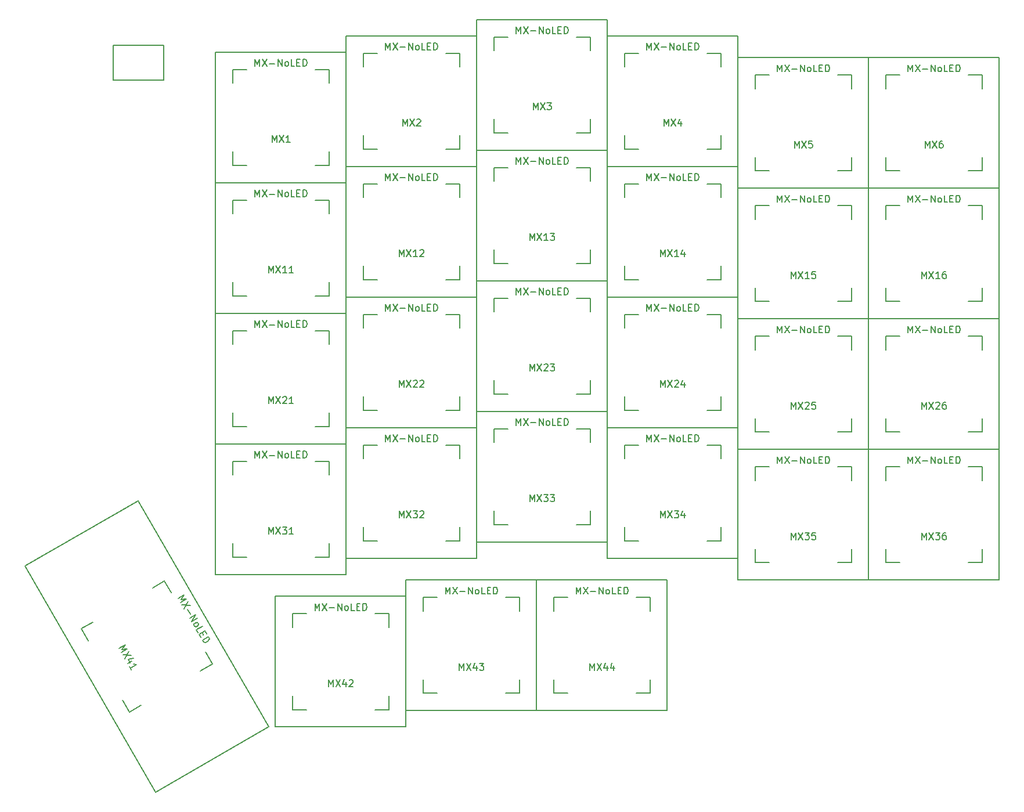
<source format=gbr>
%TF.GenerationSoftware,KiCad,Pcbnew,(5.1.9-0-10_14)*%
%TF.CreationDate,2021-04-19T01:18:51-05:00*%
%TF.ProjectId,wren-right,7772656e-2d72-4696-9768-742e6b696361,rev?*%
%TF.SameCoordinates,Original*%
%TF.FileFunction,OtherDrawing,Comment*%
%FSLAX46Y46*%
G04 Gerber Fmt 4.6, Leading zero omitted, Abs format (unit mm)*
G04 Created by KiCad (PCBNEW (5.1.9-0-10_14)) date 2021-04-19 01:18:51*
%MOMM*%
%LPD*%
G01*
G04 APERTURE LIST*
%ADD10C,0.150000*%
%ADD11C,0.200000*%
G04 APERTURE END LIST*
D10*
%TO.C,MX41*%
X115210428Y-140688877D02*
X116210428Y-142420928D01*
X116210428Y-142420928D02*
X114478377Y-143420928D01*
X103086072Y-147688877D02*
X104086072Y-149420928D01*
X104086072Y-149420928D02*
X105818123Y-148420928D01*
X98818123Y-136296572D02*
X97086072Y-137296572D01*
X97086072Y-137296572D02*
X98086072Y-139028623D01*
X110210428Y-132028623D02*
X109210428Y-130296572D01*
X109210428Y-130296572D02*
X107478377Y-131296572D01*
X105372142Y-118598466D02*
X124422142Y-151594034D01*
X124422142Y-151594034D02*
X107924358Y-161119034D01*
X88874358Y-128123466D02*
X107924358Y-161119034D01*
X88874358Y-128123466D02*
X105372142Y-118598466D01*
D11*
%TO.C,U1*%
X109124750Y-57213500D02*
X101758750Y-57213500D01*
X101758750Y-57213500D02*
X101758750Y-52133500D01*
X101758750Y-52133500D02*
X109124750Y-52133500D01*
X109124750Y-52133500D02*
X109124750Y-57213500D01*
D10*
%TO.C,MX44*%
X178037500Y-132700000D02*
X180037500Y-132700000D01*
X180037500Y-132700000D02*
X180037500Y-134700000D01*
X178037500Y-146700000D02*
X180037500Y-146700000D01*
X180037500Y-146700000D02*
X180037500Y-144700000D01*
X166037500Y-144700000D02*
X166037500Y-146700000D01*
X166037500Y-146700000D02*
X168037500Y-146700000D01*
X168037500Y-132700000D02*
X166037500Y-132700000D01*
X166037500Y-132700000D02*
X166037500Y-134700000D01*
X163512500Y-130175000D02*
X182562500Y-130175000D01*
X182562500Y-130175000D02*
X182562500Y-149225000D01*
X182562500Y-149225000D02*
X163512500Y-149225000D01*
X163512500Y-149225000D02*
X163512500Y-130175000D01*
%TO.C,MX43*%
X158987500Y-132700000D02*
X160987500Y-132700000D01*
X160987500Y-132700000D02*
X160987500Y-134700000D01*
X158987500Y-146700000D02*
X160987500Y-146700000D01*
X160987500Y-146700000D02*
X160987500Y-144700000D01*
X146987500Y-144700000D02*
X146987500Y-146700000D01*
X146987500Y-146700000D02*
X148987500Y-146700000D01*
X148987500Y-132700000D02*
X146987500Y-132700000D01*
X146987500Y-132700000D02*
X146987500Y-134700000D01*
X144462500Y-130175000D02*
X163512500Y-130175000D01*
X163512500Y-130175000D02*
X163512500Y-149225000D01*
X163512500Y-149225000D02*
X144462500Y-149225000D01*
X144462500Y-149225000D02*
X144462500Y-130175000D01*
%TO.C,MX42*%
X139937500Y-135081250D02*
X141937500Y-135081250D01*
X141937500Y-135081250D02*
X141937500Y-137081250D01*
X139937500Y-149081250D02*
X141937500Y-149081250D01*
X141937500Y-149081250D02*
X141937500Y-147081250D01*
X127937500Y-147081250D02*
X127937500Y-149081250D01*
X127937500Y-149081250D02*
X129937500Y-149081250D01*
X129937500Y-135081250D02*
X127937500Y-135081250D01*
X127937500Y-135081250D02*
X127937500Y-137081250D01*
X125412500Y-132556250D02*
X144462500Y-132556250D01*
X144462500Y-132556250D02*
X144462500Y-151606250D01*
X144462500Y-151606250D02*
X125412500Y-151606250D01*
X125412500Y-151606250D02*
X125412500Y-132556250D01*
%TO.C,MX36*%
X226456250Y-113650000D02*
X228456250Y-113650000D01*
X228456250Y-113650000D02*
X228456250Y-115650000D01*
X226456250Y-127650000D02*
X228456250Y-127650000D01*
X228456250Y-127650000D02*
X228456250Y-125650000D01*
X214456250Y-125650000D02*
X214456250Y-127650000D01*
X214456250Y-127650000D02*
X216456250Y-127650000D01*
X216456250Y-113650000D02*
X214456250Y-113650000D01*
X214456250Y-113650000D02*
X214456250Y-115650000D01*
X211931250Y-111125000D02*
X230981250Y-111125000D01*
X230981250Y-111125000D02*
X230981250Y-130175000D01*
X230981250Y-130175000D02*
X211931250Y-130175000D01*
X211931250Y-130175000D02*
X211931250Y-111125000D01*
%TO.C,MX35*%
X207406250Y-113650000D02*
X209406250Y-113650000D01*
X209406250Y-113650000D02*
X209406250Y-115650000D01*
X207406250Y-127650000D02*
X209406250Y-127650000D01*
X209406250Y-127650000D02*
X209406250Y-125650000D01*
X195406250Y-125650000D02*
X195406250Y-127650000D01*
X195406250Y-127650000D02*
X197406250Y-127650000D01*
X197406250Y-113650000D02*
X195406250Y-113650000D01*
X195406250Y-113650000D02*
X195406250Y-115650000D01*
X192881250Y-111125000D02*
X211931250Y-111125000D01*
X211931250Y-111125000D02*
X211931250Y-130175000D01*
X211931250Y-130175000D02*
X192881250Y-130175000D01*
X192881250Y-130175000D02*
X192881250Y-111125000D01*
%TO.C,MX34*%
X188356250Y-110475000D02*
X190356250Y-110475000D01*
X190356250Y-110475000D02*
X190356250Y-112475000D01*
X188356250Y-124475000D02*
X190356250Y-124475000D01*
X190356250Y-124475000D02*
X190356250Y-122475000D01*
X176356250Y-122475000D02*
X176356250Y-124475000D01*
X176356250Y-124475000D02*
X178356250Y-124475000D01*
X178356250Y-110475000D02*
X176356250Y-110475000D01*
X176356250Y-110475000D02*
X176356250Y-112475000D01*
X173831250Y-107950000D02*
X192881250Y-107950000D01*
X192881250Y-107950000D02*
X192881250Y-127000000D01*
X192881250Y-127000000D02*
X173831250Y-127000000D01*
X173831250Y-127000000D02*
X173831250Y-107950000D01*
%TO.C,MX33*%
X169306250Y-108093750D02*
X171306250Y-108093750D01*
X171306250Y-108093750D02*
X171306250Y-110093750D01*
X169306250Y-122093750D02*
X171306250Y-122093750D01*
X171306250Y-122093750D02*
X171306250Y-120093750D01*
X157306250Y-120093750D02*
X157306250Y-122093750D01*
X157306250Y-122093750D02*
X159306250Y-122093750D01*
X159306250Y-108093750D02*
X157306250Y-108093750D01*
X157306250Y-108093750D02*
X157306250Y-110093750D01*
X154781250Y-105568750D02*
X173831250Y-105568750D01*
X173831250Y-105568750D02*
X173831250Y-124618750D01*
X173831250Y-124618750D02*
X154781250Y-124618750D01*
X154781250Y-124618750D02*
X154781250Y-105568750D01*
%TO.C,MX32*%
X150256250Y-110475000D02*
X152256250Y-110475000D01*
X152256250Y-110475000D02*
X152256250Y-112475000D01*
X150256250Y-124475000D02*
X152256250Y-124475000D01*
X152256250Y-124475000D02*
X152256250Y-122475000D01*
X138256250Y-122475000D02*
X138256250Y-124475000D01*
X138256250Y-124475000D02*
X140256250Y-124475000D01*
X140256250Y-110475000D02*
X138256250Y-110475000D01*
X138256250Y-110475000D02*
X138256250Y-112475000D01*
X135731250Y-107950000D02*
X154781250Y-107950000D01*
X154781250Y-107950000D02*
X154781250Y-127000000D01*
X154781250Y-127000000D02*
X135731250Y-127000000D01*
X135731250Y-127000000D02*
X135731250Y-107950000D01*
%TO.C,MX31*%
X131206250Y-112856250D02*
X133206250Y-112856250D01*
X133206250Y-112856250D02*
X133206250Y-114856250D01*
X131206250Y-126856250D02*
X133206250Y-126856250D01*
X133206250Y-126856250D02*
X133206250Y-124856250D01*
X119206250Y-124856250D02*
X119206250Y-126856250D01*
X119206250Y-126856250D02*
X121206250Y-126856250D01*
X121206250Y-112856250D02*
X119206250Y-112856250D01*
X119206250Y-112856250D02*
X119206250Y-114856250D01*
X116681250Y-110331250D02*
X135731250Y-110331250D01*
X135731250Y-110331250D02*
X135731250Y-129381250D01*
X135731250Y-129381250D02*
X116681250Y-129381250D01*
X116681250Y-129381250D02*
X116681250Y-110331250D01*
%TO.C,MX26*%
X226456250Y-94600000D02*
X228456250Y-94600000D01*
X228456250Y-94600000D02*
X228456250Y-96600000D01*
X226456250Y-108600000D02*
X228456250Y-108600000D01*
X228456250Y-108600000D02*
X228456250Y-106600000D01*
X214456250Y-106600000D02*
X214456250Y-108600000D01*
X214456250Y-108600000D02*
X216456250Y-108600000D01*
X216456250Y-94600000D02*
X214456250Y-94600000D01*
X214456250Y-94600000D02*
X214456250Y-96600000D01*
X211931250Y-92075000D02*
X230981250Y-92075000D01*
X230981250Y-92075000D02*
X230981250Y-111125000D01*
X230981250Y-111125000D02*
X211931250Y-111125000D01*
X211931250Y-111125000D02*
X211931250Y-92075000D01*
%TO.C,MX25*%
X207406250Y-94600000D02*
X209406250Y-94600000D01*
X209406250Y-94600000D02*
X209406250Y-96600000D01*
X207406250Y-108600000D02*
X209406250Y-108600000D01*
X209406250Y-108600000D02*
X209406250Y-106600000D01*
X195406250Y-106600000D02*
X195406250Y-108600000D01*
X195406250Y-108600000D02*
X197406250Y-108600000D01*
X197406250Y-94600000D02*
X195406250Y-94600000D01*
X195406250Y-94600000D02*
X195406250Y-96600000D01*
X192881250Y-92075000D02*
X211931250Y-92075000D01*
X211931250Y-92075000D02*
X211931250Y-111125000D01*
X211931250Y-111125000D02*
X192881250Y-111125000D01*
X192881250Y-111125000D02*
X192881250Y-92075000D01*
%TO.C,MX24*%
X188356250Y-91425000D02*
X190356250Y-91425000D01*
X190356250Y-91425000D02*
X190356250Y-93425000D01*
X188356250Y-105425000D02*
X190356250Y-105425000D01*
X190356250Y-105425000D02*
X190356250Y-103425000D01*
X176356250Y-103425000D02*
X176356250Y-105425000D01*
X176356250Y-105425000D02*
X178356250Y-105425000D01*
X178356250Y-91425000D02*
X176356250Y-91425000D01*
X176356250Y-91425000D02*
X176356250Y-93425000D01*
X173831250Y-88900000D02*
X192881250Y-88900000D01*
X192881250Y-88900000D02*
X192881250Y-107950000D01*
X192881250Y-107950000D02*
X173831250Y-107950000D01*
X173831250Y-107950000D02*
X173831250Y-88900000D01*
%TO.C,MX23*%
X169306250Y-89043750D02*
X171306250Y-89043750D01*
X171306250Y-89043750D02*
X171306250Y-91043750D01*
X169306250Y-103043750D02*
X171306250Y-103043750D01*
X171306250Y-103043750D02*
X171306250Y-101043750D01*
X157306250Y-101043750D02*
X157306250Y-103043750D01*
X157306250Y-103043750D02*
X159306250Y-103043750D01*
X159306250Y-89043750D02*
X157306250Y-89043750D01*
X157306250Y-89043750D02*
X157306250Y-91043750D01*
X154781250Y-86518750D02*
X173831250Y-86518750D01*
X173831250Y-86518750D02*
X173831250Y-105568750D01*
X173831250Y-105568750D02*
X154781250Y-105568750D01*
X154781250Y-105568750D02*
X154781250Y-86518750D01*
%TO.C,MX22*%
X150256250Y-91425000D02*
X152256250Y-91425000D01*
X152256250Y-91425000D02*
X152256250Y-93425000D01*
X150256250Y-105425000D02*
X152256250Y-105425000D01*
X152256250Y-105425000D02*
X152256250Y-103425000D01*
X138256250Y-103425000D02*
X138256250Y-105425000D01*
X138256250Y-105425000D02*
X140256250Y-105425000D01*
X140256250Y-91425000D02*
X138256250Y-91425000D01*
X138256250Y-91425000D02*
X138256250Y-93425000D01*
X135731250Y-88900000D02*
X154781250Y-88900000D01*
X154781250Y-88900000D02*
X154781250Y-107950000D01*
X154781250Y-107950000D02*
X135731250Y-107950000D01*
X135731250Y-107950000D02*
X135731250Y-88900000D01*
%TO.C,MX21*%
X131206250Y-93806250D02*
X133206250Y-93806250D01*
X133206250Y-93806250D02*
X133206250Y-95806250D01*
X131206250Y-107806250D02*
X133206250Y-107806250D01*
X133206250Y-107806250D02*
X133206250Y-105806250D01*
X119206250Y-105806250D02*
X119206250Y-107806250D01*
X119206250Y-107806250D02*
X121206250Y-107806250D01*
X121206250Y-93806250D02*
X119206250Y-93806250D01*
X119206250Y-93806250D02*
X119206250Y-95806250D01*
X116681250Y-91281250D02*
X135731250Y-91281250D01*
X135731250Y-91281250D02*
X135731250Y-110331250D01*
X135731250Y-110331250D02*
X116681250Y-110331250D01*
X116681250Y-110331250D02*
X116681250Y-91281250D01*
%TO.C,MX16*%
X226456250Y-75550000D02*
X228456250Y-75550000D01*
X228456250Y-75550000D02*
X228456250Y-77550000D01*
X226456250Y-89550000D02*
X228456250Y-89550000D01*
X228456250Y-89550000D02*
X228456250Y-87550000D01*
X214456250Y-87550000D02*
X214456250Y-89550000D01*
X214456250Y-89550000D02*
X216456250Y-89550000D01*
X216456250Y-75550000D02*
X214456250Y-75550000D01*
X214456250Y-75550000D02*
X214456250Y-77550000D01*
X211931250Y-73025000D02*
X230981250Y-73025000D01*
X230981250Y-73025000D02*
X230981250Y-92075000D01*
X230981250Y-92075000D02*
X211931250Y-92075000D01*
X211931250Y-92075000D02*
X211931250Y-73025000D01*
%TO.C,MX15*%
X207406250Y-75550000D02*
X209406250Y-75550000D01*
X209406250Y-75550000D02*
X209406250Y-77550000D01*
X207406250Y-89550000D02*
X209406250Y-89550000D01*
X209406250Y-89550000D02*
X209406250Y-87550000D01*
X195406250Y-87550000D02*
X195406250Y-89550000D01*
X195406250Y-89550000D02*
X197406250Y-89550000D01*
X197406250Y-75550000D02*
X195406250Y-75550000D01*
X195406250Y-75550000D02*
X195406250Y-77550000D01*
X192881250Y-73025000D02*
X211931250Y-73025000D01*
X211931250Y-73025000D02*
X211931250Y-92075000D01*
X211931250Y-92075000D02*
X192881250Y-92075000D01*
X192881250Y-92075000D02*
X192881250Y-73025000D01*
%TO.C,MX14*%
X188356250Y-72375000D02*
X190356250Y-72375000D01*
X190356250Y-72375000D02*
X190356250Y-74375000D01*
X188356250Y-86375000D02*
X190356250Y-86375000D01*
X190356250Y-86375000D02*
X190356250Y-84375000D01*
X176356250Y-84375000D02*
X176356250Y-86375000D01*
X176356250Y-86375000D02*
X178356250Y-86375000D01*
X178356250Y-72375000D02*
X176356250Y-72375000D01*
X176356250Y-72375000D02*
X176356250Y-74375000D01*
X173831250Y-69850000D02*
X192881250Y-69850000D01*
X192881250Y-69850000D02*
X192881250Y-88900000D01*
X192881250Y-88900000D02*
X173831250Y-88900000D01*
X173831250Y-88900000D02*
X173831250Y-69850000D01*
%TO.C,MX13*%
X169306250Y-69993750D02*
X171306250Y-69993750D01*
X171306250Y-69993750D02*
X171306250Y-71993750D01*
X169306250Y-83993750D02*
X171306250Y-83993750D01*
X171306250Y-83993750D02*
X171306250Y-81993750D01*
X157306250Y-81993750D02*
X157306250Y-83993750D01*
X157306250Y-83993750D02*
X159306250Y-83993750D01*
X159306250Y-69993750D02*
X157306250Y-69993750D01*
X157306250Y-69993750D02*
X157306250Y-71993750D01*
X154781250Y-67468750D02*
X173831250Y-67468750D01*
X173831250Y-67468750D02*
X173831250Y-86518750D01*
X173831250Y-86518750D02*
X154781250Y-86518750D01*
X154781250Y-86518750D02*
X154781250Y-67468750D01*
%TO.C,MX12*%
X150256250Y-72375000D02*
X152256250Y-72375000D01*
X152256250Y-72375000D02*
X152256250Y-74375000D01*
X150256250Y-86375000D02*
X152256250Y-86375000D01*
X152256250Y-86375000D02*
X152256250Y-84375000D01*
X138256250Y-84375000D02*
X138256250Y-86375000D01*
X138256250Y-86375000D02*
X140256250Y-86375000D01*
X140256250Y-72375000D02*
X138256250Y-72375000D01*
X138256250Y-72375000D02*
X138256250Y-74375000D01*
X135731250Y-69850000D02*
X154781250Y-69850000D01*
X154781250Y-69850000D02*
X154781250Y-88900000D01*
X154781250Y-88900000D02*
X135731250Y-88900000D01*
X135731250Y-88900000D02*
X135731250Y-69850000D01*
%TO.C,MX11*%
X131206250Y-74756250D02*
X133206250Y-74756250D01*
X133206250Y-74756250D02*
X133206250Y-76756250D01*
X131206250Y-88756250D02*
X133206250Y-88756250D01*
X133206250Y-88756250D02*
X133206250Y-86756250D01*
X119206250Y-86756250D02*
X119206250Y-88756250D01*
X119206250Y-88756250D02*
X121206250Y-88756250D01*
X121206250Y-74756250D02*
X119206250Y-74756250D01*
X119206250Y-74756250D02*
X119206250Y-76756250D01*
X116681250Y-72231250D02*
X135731250Y-72231250D01*
X135731250Y-72231250D02*
X135731250Y-91281250D01*
X135731250Y-91281250D02*
X116681250Y-91281250D01*
X116681250Y-91281250D02*
X116681250Y-72231250D01*
%TO.C,MX6*%
X226456250Y-56500000D02*
X228456250Y-56500000D01*
X228456250Y-56500000D02*
X228456250Y-58500000D01*
X226456250Y-70500000D02*
X228456250Y-70500000D01*
X228456250Y-70500000D02*
X228456250Y-68500000D01*
X214456250Y-68500000D02*
X214456250Y-70500000D01*
X214456250Y-70500000D02*
X216456250Y-70500000D01*
X216456250Y-56500000D02*
X214456250Y-56500000D01*
X214456250Y-56500000D02*
X214456250Y-58500000D01*
X211931250Y-53975000D02*
X230981250Y-53975000D01*
X230981250Y-53975000D02*
X230981250Y-73025000D01*
X230981250Y-73025000D02*
X211931250Y-73025000D01*
X211931250Y-73025000D02*
X211931250Y-53975000D01*
%TO.C,MX5*%
X207406250Y-56500000D02*
X209406250Y-56500000D01*
X209406250Y-56500000D02*
X209406250Y-58500000D01*
X207406250Y-70500000D02*
X209406250Y-70500000D01*
X209406250Y-70500000D02*
X209406250Y-68500000D01*
X195406250Y-68500000D02*
X195406250Y-70500000D01*
X195406250Y-70500000D02*
X197406250Y-70500000D01*
X197406250Y-56500000D02*
X195406250Y-56500000D01*
X195406250Y-56500000D02*
X195406250Y-58500000D01*
X192881250Y-53975000D02*
X211931250Y-53975000D01*
X211931250Y-53975000D02*
X211931250Y-73025000D01*
X211931250Y-73025000D02*
X192881250Y-73025000D01*
X192881250Y-73025000D02*
X192881250Y-53975000D01*
%TO.C,MX4*%
X188356250Y-53325000D02*
X190356250Y-53325000D01*
X190356250Y-53325000D02*
X190356250Y-55325000D01*
X188356250Y-67325000D02*
X190356250Y-67325000D01*
X190356250Y-67325000D02*
X190356250Y-65325000D01*
X176356250Y-65325000D02*
X176356250Y-67325000D01*
X176356250Y-67325000D02*
X178356250Y-67325000D01*
X178356250Y-53325000D02*
X176356250Y-53325000D01*
X176356250Y-53325000D02*
X176356250Y-55325000D01*
X173831250Y-50800000D02*
X192881250Y-50800000D01*
X192881250Y-50800000D02*
X192881250Y-69850000D01*
X192881250Y-69850000D02*
X173831250Y-69850000D01*
X173831250Y-69850000D02*
X173831250Y-50800000D01*
%TO.C,MX3*%
X169306250Y-50943750D02*
X171306250Y-50943750D01*
X171306250Y-50943750D02*
X171306250Y-52943750D01*
X169306250Y-64943750D02*
X171306250Y-64943750D01*
X171306250Y-64943750D02*
X171306250Y-62943750D01*
X157306250Y-62943750D02*
X157306250Y-64943750D01*
X157306250Y-64943750D02*
X159306250Y-64943750D01*
X159306250Y-50943750D02*
X157306250Y-50943750D01*
X157306250Y-50943750D02*
X157306250Y-52943750D01*
X154781250Y-48418750D02*
X173831250Y-48418750D01*
X173831250Y-48418750D02*
X173831250Y-67468750D01*
X173831250Y-67468750D02*
X154781250Y-67468750D01*
X154781250Y-67468750D02*
X154781250Y-48418750D01*
%TO.C,MX2*%
X150256250Y-53325000D02*
X152256250Y-53325000D01*
X152256250Y-53325000D02*
X152256250Y-55325000D01*
X150256250Y-67325000D02*
X152256250Y-67325000D01*
X152256250Y-67325000D02*
X152256250Y-65325000D01*
X138256250Y-65325000D02*
X138256250Y-67325000D01*
X138256250Y-67325000D02*
X140256250Y-67325000D01*
X140256250Y-53325000D02*
X138256250Y-53325000D01*
X138256250Y-53325000D02*
X138256250Y-55325000D01*
X135731250Y-50800000D02*
X154781250Y-50800000D01*
X154781250Y-50800000D02*
X154781250Y-69850000D01*
X154781250Y-69850000D02*
X135731250Y-69850000D01*
X135731250Y-69850000D02*
X135731250Y-50800000D01*
%TO.C,MX1*%
X131206250Y-55706250D02*
X133206250Y-55706250D01*
X133206250Y-55706250D02*
X133206250Y-57706250D01*
X131206250Y-69706250D02*
X133206250Y-69706250D01*
X133206250Y-69706250D02*
X133206250Y-67706250D01*
X119206250Y-67706250D02*
X119206250Y-69706250D01*
X119206250Y-69706250D02*
X121206250Y-69706250D01*
X121206250Y-55706250D02*
X119206250Y-55706250D01*
X119206250Y-55706250D02*
X119206250Y-57706250D01*
X116681250Y-53181250D02*
X135731250Y-53181250D01*
X135731250Y-53181250D02*
X135731250Y-72231250D01*
X135731250Y-72231250D02*
X116681250Y-72231250D01*
X116681250Y-72231250D02*
X116681250Y-53181250D01*
%TD*%
%TO.C,MX41*%
X102625893Y-140146586D02*
X103491918Y-139646586D01*
X103039995Y-140292404D01*
X103825251Y-140223936D01*
X102959226Y-140723936D01*
X104015728Y-140553850D02*
X103483036Y-141631201D01*
X104349061Y-141131201D02*
X103149702Y-141053850D01*
X104465148Y-141998936D02*
X103887797Y-142332269D01*
X104676015Y-141602263D02*
X103938377Y-141753209D01*
X104247901Y-142289320D01*
X104411607Y-143239534D02*
X104125893Y-142744662D01*
X104268750Y-142992098D02*
X105134775Y-142492098D01*
X104963438Y-142481048D01*
X104833341Y-142446188D01*
X104744482Y-142387519D01*
X111249601Y-132858285D02*
X112115626Y-132358285D01*
X111663703Y-133004103D01*
X112448959Y-132935635D01*
X111582934Y-133435635D01*
X112639436Y-133265550D02*
X112106744Y-134342900D01*
X112972769Y-133842900D02*
X111773410Y-133765550D01*
X112627134Y-134482338D02*
X113008087Y-135142167D01*
X112916267Y-135745036D02*
X113782293Y-135245036D01*
X113201982Y-136239908D01*
X114068007Y-135739908D01*
X113511505Y-136776019D02*
X113505126Y-136669731D01*
X113522556Y-136604682D01*
X113581225Y-136515824D01*
X113828660Y-136372966D01*
X113934949Y-136366587D01*
X113999997Y-136384016D01*
X114088856Y-136442686D01*
X114160284Y-136566403D01*
X114166664Y-136672692D01*
X114149234Y-136737740D01*
X114090565Y-136826599D01*
X113843129Y-136969456D01*
X113736841Y-136975836D01*
X113671792Y-136958406D01*
X113582934Y-136899737D01*
X113511505Y-136776019D01*
X114130553Y-137848241D02*
X113892458Y-137435848D01*
X114758483Y-136935848D01*
X114750852Y-137875011D02*
X114917519Y-138163686D01*
X114535315Y-138549309D02*
X114297220Y-138136916D01*
X115163245Y-137636916D01*
X115401340Y-138049309D01*
X114749601Y-138920463D02*
X115615626Y-138420463D01*
X115734674Y-138626659D01*
X115764863Y-138774187D01*
X115730003Y-138904284D01*
X115671334Y-138993143D01*
X115530187Y-139129620D01*
X115406469Y-139201049D01*
X115217702Y-139255047D01*
X115111414Y-139261427D01*
X114981316Y-139226568D01*
X114868648Y-139126659D01*
X114749601Y-138920463D01*
%TO.C,MX44*%
X171275595Y-143327380D02*
X171275595Y-142327380D01*
X171608928Y-143041666D01*
X171942261Y-142327380D01*
X171942261Y-143327380D01*
X172323214Y-142327380D02*
X172989880Y-143327380D01*
X172989880Y-142327380D02*
X172323214Y-143327380D01*
X173799404Y-142660714D02*
X173799404Y-143327380D01*
X173561309Y-142279761D02*
X173323214Y-142994047D01*
X173942261Y-142994047D01*
X174751785Y-142660714D02*
X174751785Y-143327380D01*
X174513690Y-142279761D02*
X174275595Y-142994047D01*
X174894642Y-142994047D01*
X169275595Y-132214880D02*
X169275595Y-131214880D01*
X169608928Y-131929166D01*
X169942261Y-131214880D01*
X169942261Y-132214880D01*
X170323214Y-131214880D02*
X170989880Y-132214880D01*
X170989880Y-131214880D02*
X170323214Y-132214880D01*
X171370833Y-131833928D02*
X172132738Y-131833928D01*
X172608928Y-132214880D02*
X172608928Y-131214880D01*
X173180357Y-132214880D01*
X173180357Y-131214880D01*
X173799404Y-132214880D02*
X173704166Y-132167261D01*
X173656547Y-132119642D01*
X173608928Y-132024404D01*
X173608928Y-131738690D01*
X173656547Y-131643452D01*
X173704166Y-131595833D01*
X173799404Y-131548214D01*
X173942261Y-131548214D01*
X174037500Y-131595833D01*
X174085119Y-131643452D01*
X174132738Y-131738690D01*
X174132738Y-132024404D01*
X174085119Y-132119642D01*
X174037500Y-132167261D01*
X173942261Y-132214880D01*
X173799404Y-132214880D01*
X175037500Y-132214880D02*
X174561309Y-132214880D01*
X174561309Y-131214880D01*
X175370833Y-131691071D02*
X175704166Y-131691071D01*
X175847023Y-132214880D02*
X175370833Y-132214880D01*
X175370833Y-131214880D01*
X175847023Y-131214880D01*
X176275595Y-132214880D02*
X176275595Y-131214880D01*
X176513690Y-131214880D01*
X176656547Y-131262500D01*
X176751785Y-131357738D01*
X176799404Y-131452976D01*
X176847023Y-131643452D01*
X176847023Y-131786309D01*
X176799404Y-131976785D01*
X176751785Y-132072023D01*
X176656547Y-132167261D01*
X176513690Y-132214880D01*
X176275595Y-132214880D01*
%TO.C,MX43*%
X152225595Y-143327380D02*
X152225595Y-142327380D01*
X152558928Y-143041666D01*
X152892261Y-142327380D01*
X152892261Y-143327380D01*
X153273214Y-142327380D02*
X153939880Y-143327380D01*
X153939880Y-142327380D02*
X153273214Y-143327380D01*
X154749404Y-142660714D02*
X154749404Y-143327380D01*
X154511309Y-142279761D02*
X154273214Y-142994047D01*
X154892261Y-142994047D01*
X155177976Y-142327380D02*
X155797023Y-142327380D01*
X155463690Y-142708333D01*
X155606547Y-142708333D01*
X155701785Y-142755952D01*
X155749404Y-142803571D01*
X155797023Y-142898809D01*
X155797023Y-143136904D01*
X155749404Y-143232142D01*
X155701785Y-143279761D01*
X155606547Y-143327380D01*
X155320833Y-143327380D01*
X155225595Y-143279761D01*
X155177976Y-143232142D01*
X150225595Y-132214880D02*
X150225595Y-131214880D01*
X150558928Y-131929166D01*
X150892261Y-131214880D01*
X150892261Y-132214880D01*
X151273214Y-131214880D02*
X151939880Y-132214880D01*
X151939880Y-131214880D02*
X151273214Y-132214880D01*
X152320833Y-131833928D02*
X153082738Y-131833928D01*
X153558928Y-132214880D02*
X153558928Y-131214880D01*
X154130357Y-132214880D01*
X154130357Y-131214880D01*
X154749404Y-132214880D02*
X154654166Y-132167261D01*
X154606547Y-132119642D01*
X154558928Y-132024404D01*
X154558928Y-131738690D01*
X154606547Y-131643452D01*
X154654166Y-131595833D01*
X154749404Y-131548214D01*
X154892261Y-131548214D01*
X154987500Y-131595833D01*
X155035119Y-131643452D01*
X155082738Y-131738690D01*
X155082738Y-132024404D01*
X155035119Y-132119642D01*
X154987500Y-132167261D01*
X154892261Y-132214880D01*
X154749404Y-132214880D01*
X155987500Y-132214880D02*
X155511309Y-132214880D01*
X155511309Y-131214880D01*
X156320833Y-131691071D02*
X156654166Y-131691071D01*
X156797023Y-132214880D02*
X156320833Y-132214880D01*
X156320833Y-131214880D01*
X156797023Y-131214880D01*
X157225595Y-132214880D02*
X157225595Y-131214880D01*
X157463690Y-131214880D01*
X157606547Y-131262500D01*
X157701785Y-131357738D01*
X157749404Y-131452976D01*
X157797023Y-131643452D01*
X157797023Y-131786309D01*
X157749404Y-131976785D01*
X157701785Y-132072023D01*
X157606547Y-132167261D01*
X157463690Y-132214880D01*
X157225595Y-132214880D01*
%TO.C,MX42*%
X133175595Y-145708630D02*
X133175595Y-144708630D01*
X133508928Y-145422916D01*
X133842261Y-144708630D01*
X133842261Y-145708630D01*
X134223214Y-144708630D02*
X134889880Y-145708630D01*
X134889880Y-144708630D02*
X134223214Y-145708630D01*
X135699404Y-145041964D02*
X135699404Y-145708630D01*
X135461309Y-144661011D02*
X135223214Y-145375297D01*
X135842261Y-145375297D01*
X136175595Y-144803869D02*
X136223214Y-144756250D01*
X136318452Y-144708630D01*
X136556547Y-144708630D01*
X136651785Y-144756250D01*
X136699404Y-144803869D01*
X136747023Y-144899107D01*
X136747023Y-144994345D01*
X136699404Y-145137202D01*
X136127976Y-145708630D01*
X136747023Y-145708630D01*
X131175595Y-134596130D02*
X131175595Y-133596130D01*
X131508928Y-134310416D01*
X131842261Y-133596130D01*
X131842261Y-134596130D01*
X132223214Y-133596130D02*
X132889880Y-134596130D01*
X132889880Y-133596130D02*
X132223214Y-134596130D01*
X133270833Y-134215178D02*
X134032738Y-134215178D01*
X134508928Y-134596130D02*
X134508928Y-133596130D01*
X135080357Y-134596130D01*
X135080357Y-133596130D01*
X135699404Y-134596130D02*
X135604166Y-134548511D01*
X135556547Y-134500892D01*
X135508928Y-134405654D01*
X135508928Y-134119940D01*
X135556547Y-134024702D01*
X135604166Y-133977083D01*
X135699404Y-133929464D01*
X135842261Y-133929464D01*
X135937500Y-133977083D01*
X135985119Y-134024702D01*
X136032738Y-134119940D01*
X136032738Y-134405654D01*
X135985119Y-134500892D01*
X135937500Y-134548511D01*
X135842261Y-134596130D01*
X135699404Y-134596130D01*
X136937500Y-134596130D02*
X136461309Y-134596130D01*
X136461309Y-133596130D01*
X137270833Y-134072321D02*
X137604166Y-134072321D01*
X137747023Y-134596130D02*
X137270833Y-134596130D01*
X137270833Y-133596130D01*
X137747023Y-133596130D01*
X138175595Y-134596130D02*
X138175595Y-133596130D01*
X138413690Y-133596130D01*
X138556547Y-133643750D01*
X138651785Y-133738988D01*
X138699404Y-133834226D01*
X138747023Y-134024702D01*
X138747023Y-134167559D01*
X138699404Y-134358035D01*
X138651785Y-134453273D01*
X138556547Y-134548511D01*
X138413690Y-134596130D01*
X138175595Y-134596130D01*
%TO.C,MX36*%
X219694345Y-124277380D02*
X219694345Y-123277380D01*
X220027678Y-123991666D01*
X220361011Y-123277380D01*
X220361011Y-124277380D01*
X220741964Y-123277380D02*
X221408630Y-124277380D01*
X221408630Y-123277380D02*
X220741964Y-124277380D01*
X221694345Y-123277380D02*
X222313392Y-123277380D01*
X221980059Y-123658333D01*
X222122916Y-123658333D01*
X222218154Y-123705952D01*
X222265773Y-123753571D01*
X222313392Y-123848809D01*
X222313392Y-124086904D01*
X222265773Y-124182142D01*
X222218154Y-124229761D01*
X222122916Y-124277380D01*
X221837202Y-124277380D01*
X221741964Y-124229761D01*
X221694345Y-124182142D01*
X223170535Y-123277380D02*
X222980059Y-123277380D01*
X222884821Y-123325000D01*
X222837202Y-123372619D01*
X222741964Y-123515476D01*
X222694345Y-123705952D01*
X222694345Y-124086904D01*
X222741964Y-124182142D01*
X222789583Y-124229761D01*
X222884821Y-124277380D01*
X223075297Y-124277380D01*
X223170535Y-124229761D01*
X223218154Y-124182142D01*
X223265773Y-124086904D01*
X223265773Y-123848809D01*
X223218154Y-123753571D01*
X223170535Y-123705952D01*
X223075297Y-123658333D01*
X222884821Y-123658333D01*
X222789583Y-123705952D01*
X222741964Y-123753571D01*
X222694345Y-123848809D01*
X217694345Y-113164880D02*
X217694345Y-112164880D01*
X218027678Y-112879166D01*
X218361011Y-112164880D01*
X218361011Y-113164880D01*
X218741964Y-112164880D02*
X219408630Y-113164880D01*
X219408630Y-112164880D02*
X218741964Y-113164880D01*
X219789583Y-112783928D02*
X220551488Y-112783928D01*
X221027678Y-113164880D02*
X221027678Y-112164880D01*
X221599107Y-113164880D01*
X221599107Y-112164880D01*
X222218154Y-113164880D02*
X222122916Y-113117261D01*
X222075297Y-113069642D01*
X222027678Y-112974404D01*
X222027678Y-112688690D01*
X222075297Y-112593452D01*
X222122916Y-112545833D01*
X222218154Y-112498214D01*
X222361011Y-112498214D01*
X222456250Y-112545833D01*
X222503869Y-112593452D01*
X222551488Y-112688690D01*
X222551488Y-112974404D01*
X222503869Y-113069642D01*
X222456250Y-113117261D01*
X222361011Y-113164880D01*
X222218154Y-113164880D01*
X223456250Y-113164880D02*
X222980059Y-113164880D01*
X222980059Y-112164880D01*
X223789583Y-112641071D02*
X224122916Y-112641071D01*
X224265773Y-113164880D02*
X223789583Y-113164880D01*
X223789583Y-112164880D01*
X224265773Y-112164880D01*
X224694345Y-113164880D02*
X224694345Y-112164880D01*
X224932440Y-112164880D01*
X225075297Y-112212500D01*
X225170535Y-112307738D01*
X225218154Y-112402976D01*
X225265773Y-112593452D01*
X225265773Y-112736309D01*
X225218154Y-112926785D01*
X225170535Y-113022023D01*
X225075297Y-113117261D01*
X224932440Y-113164880D01*
X224694345Y-113164880D01*
%TO.C,MX35*%
X200644345Y-124277380D02*
X200644345Y-123277380D01*
X200977678Y-123991666D01*
X201311011Y-123277380D01*
X201311011Y-124277380D01*
X201691964Y-123277380D02*
X202358630Y-124277380D01*
X202358630Y-123277380D02*
X201691964Y-124277380D01*
X202644345Y-123277380D02*
X203263392Y-123277380D01*
X202930059Y-123658333D01*
X203072916Y-123658333D01*
X203168154Y-123705952D01*
X203215773Y-123753571D01*
X203263392Y-123848809D01*
X203263392Y-124086904D01*
X203215773Y-124182142D01*
X203168154Y-124229761D01*
X203072916Y-124277380D01*
X202787202Y-124277380D01*
X202691964Y-124229761D01*
X202644345Y-124182142D01*
X204168154Y-123277380D02*
X203691964Y-123277380D01*
X203644345Y-123753571D01*
X203691964Y-123705952D01*
X203787202Y-123658333D01*
X204025297Y-123658333D01*
X204120535Y-123705952D01*
X204168154Y-123753571D01*
X204215773Y-123848809D01*
X204215773Y-124086904D01*
X204168154Y-124182142D01*
X204120535Y-124229761D01*
X204025297Y-124277380D01*
X203787202Y-124277380D01*
X203691964Y-124229761D01*
X203644345Y-124182142D01*
X198644345Y-113164880D02*
X198644345Y-112164880D01*
X198977678Y-112879166D01*
X199311011Y-112164880D01*
X199311011Y-113164880D01*
X199691964Y-112164880D02*
X200358630Y-113164880D01*
X200358630Y-112164880D02*
X199691964Y-113164880D01*
X200739583Y-112783928D02*
X201501488Y-112783928D01*
X201977678Y-113164880D02*
X201977678Y-112164880D01*
X202549107Y-113164880D01*
X202549107Y-112164880D01*
X203168154Y-113164880D02*
X203072916Y-113117261D01*
X203025297Y-113069642D01*
X202977678Y-112974404D01*
X202977678Y-112688690D01*
X203025297Y-112593452D01*
X203072916Y-112545833D01*
X203168154Y-112498214D01*
X203311011Y-112498214D01*
X203406250Y-112545833D01*
X203453869Y-112593452D01*
X203501488Y-112688690D01*
X203501488Y-112974404D01*
X203453869Y-113069642D01*
X203406250Y-113117261D01*
X203311011Y-113164880D01*
X203168154Y-113164880D01*
X204406250Y-113164880D02*
X203930059Y-113164880D01*
X203930059Y-112164880D01*
X204739583Y-112641071D02*
X205072916Y-112641071D01*
X205215773Y-113164880D02*
X204739583Y-113164880D01*
X204739583Y-112164880D01*
X205215773Y-112164880D01*
X205644345Y-113164880D02*
X205644345Y-112164880D01*
X205882440Y-112164880D01*
X206025297Y-112212500D01*
X206120535Y-112307738D01*
X206168154Y-112402976D01*
X206215773Y-112593452D01*
X206215773Y-112736309D01*
X206168154Y-112926785D01*
X206120535Y-113022023D01*
X206025297Y-113117261D01*
X205882440Y-113164880D01*
X205644345Y-113164880D01*
%TO.C,MX34*%
X181594345Y-121102380D02*
X181594345Y-120102380D01*
X181927678Y-120816666D01*
X182261011Y-120102380D01*
X182261011Y-121102380D01*
X182641964Y-120102380D02*
X183308630Y-121102380D01*
X183308630Y-120102380D02*
X182641964Y-121102380D01*
X183594345Y-120102380D02*
X184213392Y-120102380D01*
X183880059Y-120483333D01*
X184022916Y-120483333D01*
X184118154Y-120530952D01*
X184165773Y-120578571D01*
X184213392Y-120673809D01*
X184213392Y-120911904D01*
X184165773Y-121007142D01*
X184118154Y-121054761D01*
X184022916Y-121102380D01*
X183737202Y-121102380D01*
X183641964Y-121054761D01*
X183594345Y-121007142D01*
X185070535Y-120435714D02*
X185070535Y-121102380D01*
X184832440Y-120054761D02*
X184594345Y-120769047D01*
X185213392Y-120769047D01*
X179594345Y-109989880D02*
X179594345Y-108989880D01*
X179927678Y-109704166D01*
X180261011Y-108989880D01*
X180261011Y-109989880D01*
X180641964Y-108989880D02*
X181308630Y-109989880D01*
X181308630Y-108989880D02*
X180641964Y-109989880D01*
X181689583Y-109608928D02*
X182451488Y-109608928D01*
X182927678Y-109989880D02*
X182927678Y-108989880D01*
X183499107Y-109989880D01*
X183499107Y-108989880D01*
X184118154Y-109989880D02*
X184022916Y-109942261D01*
X183975297Y-109894642D01*
X183927678Y-109799404D01*
X183927678Y-109513690D01*
X183975297Y-109418452D01*
X184022916Y-109370833D01*
X184118154Y-109323214D01*
X184261011Y-109323214D01*
X184356250Y-109370833D01*
X184403869Y-109418452D01*
X184451488Y-109513690D01*
X184451488Y-109799404D01*
X184403869Y-109894642D01*
X184356250Y-109942261D01*
X184261011Y-109989880D01*
X184118154Y-109989880D01*
X185356250Y-109989880D02*
X184880059Y-109989880D01*
X184880059Y-108989880D01*
X185689583Y-109466071D02*
X186022916Y-109466071D01*
X186165773Y-109989880D02*
X185689583Y-109989880D01*
X185689583Y-108989880D01*
X186165773Y-108989880D01*
X186594345Y-109989880D02*
X186594345Y-108989880D01*
X186832440Y-108989880D01*
X186975297Y-109037500D01*
X187070535Y-109132738D01*
X187118154Y-109227976D01*
X187165773Y-109418452D01*
X187165773Y-109561309D01*
X187118154Y-109751785D01*
X187070535Y-109847023D01*
X186975297Y-109942261D01*
X186832440Y-109989880D01*
X186594345Y-109989880D01*
%TO.C,MX33*%
X162544345Y-118721130D02*
X162544345Y-117721130D01*
X162877678Y-118435416D01*
X163211011Y-117721130D01*
X163211011Y-118721130D01*
X163591964Y-117721130D02*
X164258630Y-118721130D01*
X164258630Y-117721130D02*
X163591964Y-118721130D01*
X164544345Y-117721130D02*
X165163392Y-117721130D01*
X164830059Y-118102083D01*
X164972916Y-118102083D01*
X165068154Y-118149702D01*
X165115773Y-118197321D01*
X165163392Y-118292559D01*
X165163392Y-118530654D01*
X165115773Y-118625892D01*
X165068154Y-118673511D01*
X164972916Y-118721130D01*
X164687202Y-118721130D01*
X164591964Y-118673511D01*
X164544345Y-118625892D01*
X165496726Y-117721130D02*
X166115773Y-117721130D01*
X165782440Y-118102083D01*
X165925297Y-118102083D01*
X166020535Y-118149702D01*
X166068154Y-118197321D01*
X166115773Y-118292559D01*
X166115773Y-118530654D01*
X166068154Y-118625892D01*
X166020535Y-118673511D01*
X165925297Y-118721130D01*
X165639583Y-118721130D01*
X165544345Y-118673511D01*
X165496726Y-118625892D01*
X160544345Y-107608630D02*
X160544345Y-106608630D01*
X160877678Y-107322916D01*
X161211011Y-106608630D01*
X161211011Y-107608630D01*
X161591964Y-106608630D02*
X162258630Y-107608630D01*
X162258630Y-106608630D02*
X161591964Y-107608630D01*
X162639583Y-107227678D02*
X163401488Y-107227678D01*
X163877678Y-107608630D02*
X163877678Y-106608630D01*
X164449107Y-107608630D01*
X164449107Y-106608630D01*
X165068154Y-107608630D02*
X164972916Y-107561011D01*
X164925297Y-107513392D01*
X164877678Y-107418154D01*
X164877678Y-107132440D01*
X164925297Y-107037202D01*
X164972916Y-106989583D01*
X165068154Y-106941964D01*
X165211011Y-106941964D01*
X165306250Y-106989583D01*
X165353869Y-107037202D01*
X165401488Y-107132440D01*
X165401488Y-107418154D01*
X165353869Y-107513392D01*
X165306250Y-107561011D01*
X165211011Y-107608630D01*
X165068154Y-107608630D01*
X166306250Y-107608630D02*
X165830059Y-107608630D01*
X165830059Y-106608630D01*
X166639583Y-107084821D02*
X166972916Y-107084821D01*
X167115773Y-107608630D02*
X166639583Y-107608630D01*
X166639583Y-106608630D01*
X167115773Y-106608630D01*
X167544345Y-107608630D02*
X167544345Y-106608630D01*
X167782440Y-106608630D01*
X167925297Y-106656250D01*
X168020535Y-106751488D01*
X168068154Y-106846726D01*
X168115773Y-107037202D01*
X168115773Y-107180059D01*
X168068154Y-107370535D01*
X168020535Y-107465773D01*
X167925297Y-107561011D01*
X167782440Y-107608630D01*
X167544345Y-107608630D01*
%TO.C,MX32*%
X143494345Y-121102380D02*
X143494345Y-120102380D01*
X143827678Y-120816666D01*
X144161011Y-120102380D01*
X144161011Y-121102380D01*
X144541964Y-120102380D02*
X145208630Y-121102380D01*
X145208630Y-120102380D02*
X144541964Y-121102380D01*
X145494345Y-120102380D02*
X146113392Y-120102380D01*
X145780059Y-120483333D01*
X145922916Y-120483333D01*
X146018154Y-120530952D01*
X146065773Y-120578571D01*
X146113392Y-120673809D01*
X146113392Y-120911904D01*
X146065773Y-121007142D01*
X146018154Y-121054761D01*
X145922916Y-121102380D01*
X145637202Y-121102380D01*
X145541964Y-121054761D01*
X145494345Y-121007142D01*
X146494345Y-120197619D02*
X146541964Y-120150000D01*
X146637202Y-120102380D01*
X146875297Y-120102380D01*
X146970535Y-120150000D01*
X147018154Y-120197619D01*
X147065773Y-120292857D01*
X147065773Y-120388095D01*
X147018154Y-120530952D01*
X146446726Y-121102380D01*
X147065773Y-121102380D01*
X141494345Y-109989880D02*
X141494345Y-108989880D01*
X141827678Y-109704166D01*
X142161011Y-108989880D01*
X142161011Y-109989880D01*
X142541964Y-108989880D02*
X143208630Y-109989880D01*
X143208630Y-108989880D02*
X142541964Y-109989880D01*
X143589583Y-109608928D02*
X144351488Y-109608928D01*
X144827678Y-109989880D02*
X144827678Y-108989880D01*
X145399107Y-109989880D01*
X145399107Y-108989880D01*
X146018154Y-109989880D02*
X145922916Y-109942261D01*
X145875297Y-109894642D01*
X145827678Y-109799404D01*
X145827678Y-109513690D01*
X145875297Y-109418452D01*
X145922916Y-109370833D01*
X146018154Y-109323214D01*
X146161011Y-109323214D01*
X146256250Y-109370833D01*
X146303869Y-109418452D01*
X146351488Y-109513690D01*
X146351488Y-109799404D01*
X146303869Y-109894642D01*
X146256250Y-109942261D01*
X146161011Y-109989880D01*
X146018154Y-109989880D01*
X147256250Y-109989880D02*
X146780059Y-109989880D01*
X146780059Y-108989880D01*
X147589583Y-109466071D02*
X147922916Y-109466071D01*
X148065773Y-109989880D02*
X147589583Y-109989880D01*
X147589583Y-108989880D01*
X148065773Y-108989880D01*
X148494345Y-109989880D02*
X148494345Y-108989880D01*
X148732440Y-108989880D01*
X148875297Y-109037500D01*
X148970535Y-109132738D01*
X149018154Y-109227976D01*
X149065773Y-109418452D01*
X149065773Y-109561309D01*
X149018154Y-109751785D01*
X148970535Y-109847023D01*
X148875297Y-109942261D01*
X148732440Y-109989880D01*
X148494345Y-109989880D01*
%TO.C,MX31*%
X124444345Y-123483630D02*
X124444345Y-122483630D01*
X124777678Y-123197916D01*
X125111011Y-122483630D01*
X125111011Y-123483630D01*
X125491964Y-122483630D02*
X126158630Y-123483630D01*
X126158630Y-122483630D02*
X125491964Y-123483630D01*
X126444345Y-122483630D02*
X127063392Y-122483630D01*
X126730059Y-122864583D01*
X126872916Y-122864583D01*
X126968154Y-122912202D01*
X127015773Y-122959821D01*
X127063392Y-123055059D01*
X127063392Y-123293154D01*
X127015773Y-123388392D01*
X126968154Y-123436011D01*
X126872916Y-123483630D01*
X126587202Y-123483630D01*
X126491964Y-123436011D01*
X126444345Y-123388392D01*
X128015773Y-123483630D02*
X127444345Y-123483630D01*
X127730059Y-123483630D02*
X127730059Y-122483630D01*
X127634821Y-122626488D01*
X127539583Y-122721726D01*
X127444345Y-122769345D01*
X122444345Y-112371130D02*
X122444345Y-111371130D01*
X122777678Y-112085416D01*
X123111011Y-111371130D01*
X123111011Y-112371130D01*
X123491964Y-111371130D02*
X124158630Y-112371130D01*
X124158630Y-111371130D02*
X123491964Y-112371130D01*
X124539583Y-111990178D02*
X125301488Y-111990178D01*
X125777678Y-112371130D02*
X125777678Y-111371130D01*
X126349107Y-112371130D01*
X126349107Y-111371130D01*
X126968154Y-112371130D02*
X126872916Y-112323511D01*
X126825297Y-112275892D01*
X126777678Y-112180654D01*
X126777678Y-111894940D01*
X126825297Y-111799702D01*
X126872916Y-111752083D01*
X126968154Y-111704464D01*
X127111011Y-111704464D01*
X127206250Y-111752083D01*
X127253869Y-111799702D01*
X127301488Y-111894940D01*
X127301488Y-112180654D01*
X127253869Y-112275892D01*
X127206250Y-112323511D01*
X127111011Y-112371130D01*
X126968154Y-112371130D01*
X128206250Y-112371130D02*
X127730059Y-112371130D01*
X127730059Y-111371130D01*
X128539583Y-111847321D02*
X128872916Y-111847321D01*
X129015773Y-112371130D02*
X128539583Y-112371130D01*
X128539583Y-111371130D01*
X129015773Y-111371130D01*
X129444345Y-112371130D02*
X129444345Y-111371130D01*
X129682440Y-111371130D01*
X129825297Y-111418750D01*
X129920535Y-111513988D01*
X129968154Y-111609226D01*
X130015773Y-111799702D01*
X130015773Y-111942559D01*
X129968154Y-112133035D01*
X129920535Y-112228273D01*
X129825297Y-112323511D01*
X129682440Y-112371130D01*
X129444345Y-112371130D01*
%TO.C,MX26*%
X219694345Y-105227380D02*
X219694345Y-104227380D01*
X220027678Y-104941666D01*
X220361011Y-104227380D01*
X220361011Y-105227380D01*
X220741964Y-104227380D02*
X221408630Y-105227380D01*
X221408630Y-104227380D02*
X220741964Y-105227380D01*
X221741964Y-104322619D02*
X221789583Y-104275000D01*
X221884821Y-104227380D01*
X222122916Y-104227380D01*
X222218154Y-104275000D01*
X222265773Y-104322619D01*
X222313392Y-104417857D01*
X222313392Y-104513095D01*
X222265773Y-104655952D01*
X221694345Y-105227380D01*
X222313392Y-105227380D01*
X223170535Y-104227380D02*
X222980059Y-104227380D01*
X222884821Y-104275000D01*
X222837202Y-104322619D01*
X222741964Y-104465476D01*
X222694345Y-104655952D01*
X222694345Y-105036904D01*
X222741964Y-105132142D01*
X222789583Y-105179761D01*
X222884821Y-105227380D01*
X223075297Y-105227380D01*
X223170535Y-105179761D01*
X223218154Y-105132142D01*
X223265773Y-105036904D01*
X223265773Y-104798809D01*
X223218154Y-104703571D01*
X223170535Y-104655952D01*
X223075297Y-104608333D01*
X222884821Y-104608333D01*
X222789583Y-104655952D01*
X222741964Y-104703571D01*
X222694345Y-104798809D01*
X217694345Y-94114880D02*
X217694345Y-93114880D01*
X218027678Y-93829166D01*
X218361011Y-93114880D01*
X218361011Y-94114880D01*
X218741964Y-93114880D02*
X219408630Y-94114880D01*
X219408630Y-93114880D02*
X218741964Y-94114880D01*
X219789583Y-93733928D02*
X220551488Y-93733928D01*
X221027678Y-94114880D02*
X221027678Y-93114880D01*
X221599107Y-94114880D01*
X221599107Y-93114880D01*
X222218154Y-94114880D02*
X222122916Y-94067261D01*
X222075297Y-94019642D01*
X222027678Y-93924404D01*
X222027678Y-93638690D01*
X222075297Y-93543452D01*
X222122916Y-93495833D01*
X222218154Y-93448214D01*
X222361011Y-93448214D01*
X222456250Y-93495833D01*
X222503869Y-93543452D01*
X222551488Y-93638690D01*
X222551488Y-93924404D01*
X222503869Y-94019642D01*
X222456250Y-94067261D01*
X222361011Y-94114880D01*
X222218154Y-94114880D01*
X223456250Y-94114880D02*
X222980059Y-94114880D01*
X222980059Y-93114880D01*
X223789583Y-93591071D02*
X224122916Y-93591071D01*
X224265773Y-94114880D02*
X223789583Y-94114880D01*
X223789583Y-93114880D01*
X224265773Y-93114880D01*
X224694345Y-94114880D02*
X224694345Y-93114880D01*
X224932440Y-93114880D01*
X225075297Y-93162500D01*
X225170535Y-93257738D01*
X225218154Y-93352976D01*
X225265773Y-93543452D01*
X225265773Y-93686309D01*
X225218154Y-93876785D01*
X225170535Y-93972023D01*
X225075297Y-94067261D01*
X224932440Y-94114880D01*
X224694345Y-94114880D01*
%TO.C,MX25*%
X200644345Y-105227380D02*
X200644345Y-104227380D01*
X200977678Y-104941666D01*
X201311011Y-104227380D01*
X201311011Y-105227380D01*
X201691964Y-104227380D02*
X202358630Y-105227380D01*
X202358630Y-104227380D02*
X201691964Y-105227380D01*
X202691964Y-104322619D02*
X202739583Y-104275000D01*
X202834821Y-104227380D01*
X203072916Y-104227380D01*
X203168154Y-104275000D01*
X203215773Y-104322619D01*
X203263392Y-104417857D01*
X203263392Y-104513095D01*
X203215773Y-104655952D01*
X202644345Y-105227380D01*
X203263392Y-105227380D01*
X204168154Y-104227380D02*
X203691964Y-104227380D01*
X203644345Y-104703571D01*
X203691964Y-104655952D01*
X203787202Y-104608333D01*
X204025297Y-104608333D01*
X204120535Y-104655952D01*
X204168154Y-104703571D01*
X204215773Y-104798809D01*
X204215773Y-105036904D01*
X204168154Y-105132142D01*
X204120535Y-105179761D01*
X204025297Y-105227380D01*
X203787202Y-105227380D01*
X203691964Y-105179761D01*
X203644345Y-105132142D01*
X198644345Y-94114880D02*
X198644345Y-93114880D01*
X198977678Y-93829166D01*
X199311011Y-93114880D01*
X199311011Y-94114880D01*
X199691964Y-93114880D02*
X200358630Y-94114880D01*
X200358630Y-93114880D02*
X199691964Y-94114880D01*
X200739583Y-93733928D02*
X201501488Y-93733928D01*
X201977678Y-94114880D02*
X201977678Y-93114880D01*
X202549107Y-94114880D01*
X202549107Y-93114880D01*
X203168154Y-94114880D02*
X203072916Y-94067261D01*
X203025297Y-94019642D01*
X202977678Y-93924404D01*
X202977678Y-93638690D01*
X203025297Y-93543452D01*
X203072916Y-93495833D01*
X203168154Y-93448214D01*
X203311011Y-93448214D01*
X203406250Y-93495833D01*
X203453869Y-93543452D01*
X203501488Y-93638690D01*
X203501488Y-93924404D01*
X203453869Y-94019642D01*
X203406250Y-94067261D01*
X203311011Y-94114880D01*
X203168154Y-94114880D01*
X204406250Y-94114880D02*
X203930059Y-94114880D01*
X203930059Y-93114880D01*
X204739583Y-93591071D02*
X205072916Y-93591071D01*
X205215773Y-94114880D02*
X204739583Y-94114880D01*
X204739583Y-93114880D01*
X205215773Y-93114880D01*
X205644345Y-94114880D02*
X205644345Y-93114880D01*
X205882440Y-93114880D01*
X206025297Y-93162500D01*
X206120535Y-93257738D01*
X206168154Y-93352976D01*
X206215773Y-93543452D01*
X206215773Y-93686309D01*
X206168154Y-93876785D01*
X206120535Y-93972023D01*
X206025297Y-94067261D01*
X205882440Y-94114880D01*
X205644345Y-94114880D01*
%TO.C,MX24*%
X181594345Y-102052380D02*
X181594345Y-101052380D01*
X181927678Y-101766666D01*
X182261011Y-101052380D01*
X182261011Y-102052380D01*
X182641964Y-101052380D02*
X183308630Y-102052380D01*
X183308630Y-101052380D02*
X182641964Y-102052380D01*
X183641964Y-101147619D02*
X183689583Y-101100000D01*
X183784821Y-101052380D01*
X184022916Y-101052380D01*
X184118154Y-101100000D01*
X184165773Y-101147619D01*
X184213392Y-101242857D01*
X184213392Y-101338095D01*
X184165773Y-101480952D01*
X183594345Y-102052380D01*
X184213392Y-102052380D01*
X185070535Y-101385714D02*
X185070535Y-102052380D01*
X184832440Y-101004761D02*
X184594345Y-101719047D01*
X185213392Y-101719047D01*
X179594345Y-90939880D02*
X179594345Y-89939880D01*
X179927678Y-90654166D01*
X180261011Y-89939880D01*
X180261011Y-90939880D01*
X180641964Y-89939880D02*
X181308630Y-90939880D01*
X181308630Y-89939880D02*
X180641964Y-90939880D01*
X181689583Y-90558928D02*
X182451488Y-90558928D01*
X182927678Y-90939880D02*
X182927678Y-89939880D01*
X183499107Y-90939880D01*
X183499107Y-89939880D01*
X184118154Y-90939880D02*
X184022916Y-90892261D01*
X183975297Y-90844642D01*
X183927678Y-90749404D01*
X183927678Y-90463690D01*
X183975297Y-90368452D01*
X184022916Y-90320833D01*
X184118154Y-90273214D01*
X184261011Y-90273214D01*
X184356250Y-90320833D01*
X184403869Y-90368452D01*
X184451488Y-90463690D01*
X184451488Y-90749404D01*
X184403869Y-90844642D01*
X184356250Y-90892261D01*
X184261011Y-90939880D01*
X184118154Y-90939880D01*
X185356250Y-90939880D02*
X184880059Y-90939880D01*
X184880059Y-89939880D01*
X185689583Y-90416071D02*
X186022916Y-90416071D01*
X186165773Y-90939880D02*
X185689583Y-90939880D01*
X185689583Y-89939880D01*
X186165773Y-89939880D01*
X186594345Y-90939880D02*
X186594345Y-89939880D01*
X186832440Y-89939880D01*
X186975297Y-89987500D01*
X187070535Y-90082738D01*
X187118154Y-90177976D01*
X187165773Y-90368452D01*
X187165773Y-90511309D01*
X187118154Y-90701785D01*
X187070535Y-90797023D01*
X186975297Y-90892261D01*
X186832440Y-90939880D01*
X186594345Y-90939880D01*
%TO.C,MX23*%
X162544345Y-99671130D02*
X162544345Y-98671130D01*
X162877678Y-99385416D01*
X163211011Y-98671130D01*
X163211011Y-99671130D01*
X163591964Y-98671130D02*
X164258630Y-99671130D01*
X164258630Y-98671130D02*
X163591964Y-99671130D01*
X164591964Y-98766369D02*
X164639583Y-98718750D01*
X164734821Y-98671130D01*
X164972916Y-98671130D01*
X165068154Y-98718750D01*
X165115773Y-98766369D01*
X165163392Y-98861607D01*
X165163392Y-98956845D01*
X165115773Y-99099702D01*
X164544345Y-99671130D01*
X165163392Y-99671130D01*
X165496726Y-98671130D02*
X166115773Y-98671130D01*
X165782440Y-99052083D01*
X165925297Y-99052083D01*
X166020535Y-99099702D01*
X166068154Y-99147321D01*
X166115773Y-99242559D01*
X166115773Y-99480654D01*
X166068154Y-99575892D01*
X166020535Y-99623511D01*
X165925297Y-99671130D01*
X165639583Y-99671130D01*
X165544345Y-99623511D01*
X165496726Y-99575892D01*
X160544345Y-88558630D02*
X160544345Y-87558630D01*
X160877678Y-88272916D01*
X161211011Y-87558630D01*
X161211011Y-88558630D01*
X161591964Y-87558630D02*
X162258630Y-88558630D01*
X162258630Y-87558630D02*
X161591964Y-88558630D01*
X162639583Y-88177678D02*
X163401488Y-88177678D01*
X163877678Y-88558630D02*
X163877678Y-87558630D01*
X164449107Y-88558630D01*
X164449107Y-87558630D01*
X165068154Y-88558630D02*
X164972916Y-88511011D01*
X164925297Y-88463392D01*
X164877678Y-88368154D01*
X164877678Y-88082440D01*
X164925297Y-87987202D01*
X164972916Y-87939583D01*
X165068154Y-87891964D01*
X165211011Y-87891964D01*
X165306250Y-87939583D01*
X165353869Y-87987202D01*
X165401488Y-88082440D01*
X165401488Y-88368154D01*
X165353869Y-88463392D01*
X165306250Y-88511011D01*
X165211011Y-88558630D01*
X165068154Y-88558630D01*
X166306250Y-88558630D02*
X165830059Y-88558630D01*
X165830059Y-87558630D01*
X166639583Y-88034821D02*
X166972916Y-88034821D01*
X167115773Y-88558630D02*
X166639583Y-88558630D01*
X166639583Y-87558630D01*
X167115773Y-87558630D01*
X167544345Y-88558630D02*
X167544345Y-87558630D01*
X167782440Y-87558630D01*
X167925297Y-87606250D01*
X168020535Y-87701488D01*
X168068154Y-87796726D01*
X168115773Y-87987202D01*
X168115773Y-88130059D01*
X168068154Y-88320535D01*
X168020535Y-88415773D01*
X167925297Y-88511011D01*
X167782440Y-88558630D01*
X167544345Y-88558630D01*
%TO.C,MX22*%
X143494345Y-102052380D02*
X143494345Y-101052380D01*
X143827678Y-101766666D01*
X144161011Y-101052380D01*
X144161011Y-102052380D01*
X144541964Y-101052380D02*
X145208630Y-102052380D01*
X145208630Y-101052380D02*
X144541964Y-102052380D01*
X145541964Y-101147619D02*
X145589583Y-101100000D01*
X145684821Y-101052380D01*
X145922916Y-101052380D01*
X146018154Y-101100000D01*
X146065773Y-101147619D01*
X146113392Y-101242857D01*
X146113392Y-101338095D01*
X146065773Y-101480952D01*
X145494345Y-102052380D01*
X146113392Y-102052380D01*
X146494345Y-101147619D02*
X146541964Y-101100000D01*
X146637202Y-101052380D01*
X146875297Y-101052380D01*
X146970535Y-101100000D01*
X147018154Y-101147619D01*
X147065773Y-101242857D01*
X147065773Y-101338095D01*
X147018154Y-101480952D01*
X146446726Y-102052380D01*
X147065773Y-102052380D01*
X141494345Y-90939880D02*
X141494345Y-89939880D01*
X141827678Y-90654166D01*
X142161011Y-89939880D01*
X142161011Y-90939880D01*
X142541964Y-89939880D02*
X143208630Y-90939880D01*
X143208630Y-89939880D02*
X142541964Y-90939880D01*
X143589583Y-90558928D02*
X144351488Y-90558928D01*
X144827678Y-90939880D02*
X144827678Y-89939880D01*
X145399107Y-90939880D01*
X145399107Y-89939880D01*
X146018154Y-90939880D02*
X145922916Y-90892261D01*
X145875297Y-90844642D01*
X145827678Y-90749404D01*
X145827678Y-90463690D01*
X145875297Y-90368452D01*
X145922916Y-90320833D01*
X146018154Y-90273214D01*
X146161011Y-90273214D01*
X146256250Y-90320833D01*
X146303869Y-90368452D01*
X146351488Y-90463690D01*
X146351488Y-90749404D01*
X146303869Y-90844642D01*
X146256250Y-90892261D01*
X146161011Y-90939880D01*
X146018154Y-90939880D01*
X147256250Y-90939880D02*
X146780059Y-90939880D01*
X146780059Y-89939880D01*
X147589583Y-90416071D02*
X147922916Y-90416071D01*
X148065773Y-90939880D02*
X147589583Y-90939880D01*
X147589583Y-89939880D01*
X148065773Y-89939880D01*
X148494345Y-90939880D02*
X148494345Y-89939880D01*
X148732440Y-89939880D01*
X148875297Y-89987500D01*
X148970535Y-90082738D01*
X149018154Y-90177976D01*
X149065773Y-90368452D01*
X149065773Y-90511309D01*
X149018154Y-90701785D01*
X148970535Y-90797023D01*
X148875297Y-90892261D01*
X148732440Y-90939880D01*
X148494345Y-90939880D01*
%TO.C,MX21*%
X124444345Y-104433630D02*
X124444345Y-103433630D01*
X124777678Y-104147916D01*
X125111011Y-103433630D01*
X125111011Y-104433630D01*
X125491964Y-103433630D02*
X126158630Y-104433630D01*
X126158630Y-103433630D02*
X125491964Y-104433630D01*
X126491964Y-103528869D02*
X126539583Y-103481250D01*
X126634821Y-103433630D01*
X126872916Y-103433630D01*
X126968154Y-103481250D01*
X127015773Y-103528869D01*
X127063392Y-103624107D01*
X127063392Y-103719345D01*
X127015773Y-103862202D01*
X126444345Y-104433630D01*
X127063392Y-104433630D01*
X128015773Y-104433630D02*
X127444345Y-104433630D01*
X127730059Y-104433630D02*
X127730059Y-103433630D01*
X127634821Y-103576488D01*
X127539583Y-103671726D01*
X127444345Y-103719345D01*
X122444345Y-93321130D02*
X122444345Y-92321130D01*
X122777678Y-93035416D01*
X123111011Y-92321130D01*
X123111011Y-93321130D01*
X123491964Y-92321130D02*
X124158630Y-93321130D01*
X124158630Y-92321130D02*
X123491964Y-93321130D01*
X124539583Y-92940178D02*
X125301488Y-92940178D01*
X125777678Y-93321130D02*
X125777678Y-92321130D01*
X126349107Y-93321130D01*
X126349107Y-92321130D01*
X126968154Y-93321130D02*
X126872916Y-93273511D01*
X126825297Y-93225892D01*
X126777678Y-93130654D01*
X126777678Y-92844940D01*
X126825297Y-92749702D01*
X126872916Y-92702083D01*
X126968154Y-92654464D01*
X127111011Y-92654464D01*
X127206250Y-92702083D01*
X127253869Y-92749702D01*
X127301488Y-92844940D01*
X127301488Y-93130654D01*
X127253869Y-93225892D01*
X127206250Y-93273511D01*
X127111011Y-93321130D01*
X126968154Y-93321130D01*
X128206250Y-93321130D02*
X127730059Y-93321130D01*
X127730059Y-92321130D01*
X128539583Y-92797321D02*
X128872916Y-92797321D01*
X129015773Y-93321130D02*
X128539583Y-93321130D01*
X128539583Y-92321130D01*
X129015773Y-92321130D01*
X129444345Y-93321130D02*
X129444345Y-92321130D01*
X129682440Y-92321130D01*
X129825297Y-92368750D01*
X129920535Y-92463988D01*
X129968154Y-92559226D01*
X130015773Y-92749702D01*
X130015773Y-92892559D01*
X129968154Y-93083035D01*
X129920535Y-93178273D01*
X129825297Y-93273511D01*
X129682440Y-93321130D01*
X129444345Y-93321130D01*
%TO.C,MX16*%
X219694345Y-86177380D02*
X219694345Y-85177380D01*
X220027678Y-85891666D01*
X220361011Y-85177380D01*
X220361011Y-86177380D01*
X220741964Y-85177380D02*
X221408630Y-86177380D01*
X221408630Y-85177380D02*
X220741964Y-86177380D01*
X222313392Y-86177380D02*
X221741964Y-86177380D01*
X222027678Y-86177380D02*
X222027678Y-85177380D01*
X221932440Y-85320238D01*
X221837202Y-85415476D01*
X221741964Y-85463095D01*
X223170535Y-85177380D02*
X222980059Y-85177380D01*
X222884821Y-85225000D01*
X222837202Y-85272619D01*
X222741964Y-85415476D01*
X222694345Y-85605952D01*
X222694345Y-85986904D01*
X222741964Y-86082142D01*
X222789583Y-86129761D01*
X222884821Y-86177380D01*
X223075297Y-86177380D01*
X223170535Y-86129761D01*
X223218154Y-86082142D01*
X223265773Y-85986904D01*
X223265773Y-85748809D01*
X223218154Y-85653571D01*
X223170535Y-85605952D01*
X223075297Y-85558333D01*
X222884821Y-85558333D01*
X222789583Y-85605952D01*
X222741964Y-85653571D01*
X222694345Y-85748809D01*
X217694345Y-75064880D02*
X217694345Y-74064880D01*
X218027678Y-74779166D01*
X218361011Y-74064880D01*
X218361011Y-75064880D01*
X218741964Y-74064880D02*
X219408630Y-75064880D01*
X219408630Y-74064880D02*
X218741964Y-75064880D01*
X219789583Y-74683928D02*
X220551488Y-74683928D01*
X221027678Y-75064880D02*
X221027678Y-74064880D01*
X221599107Y-75064880D01*
X221599107Y-74064880D01*
X222218154Y-75064880D02*
X222122916Y-75017261D01*
X222075297Y-74969642D01*
X222027678Y-74874404D01*
X222027678Y-74588690D01*
X222075297Y-74493452D01*
X222122916Y-74445833D01*
X222218154Y-74398214D01*
X222361011Y-74398214D01*
X222456250Y-74445833D01*
X222503869Y-74493452D01*
X222551488Y-74588690D01*
X222551488Y-74874404D01*
X222503869Y-74969642D01*
X222456250Y-75017261D01*
X222361011Y-75064880D01*
X222218154Y-75064880D01*
X223456250Y-75064880D02*
X222980059Y-75064880D01*
X222980059Y-74064880D01*
X223789583Y-74541071D02*
X224122916Y-74541071D01*
X224265773Y-75064880D02*
X223789583Y-75064880D01*
X223789583Y-74064880D01*
X224265773Y-74064880D01*
X224694345Y-75064880D02*
X224694345Y-74064880D01*
X224932440Y-74064880D01*
X225075297Y-74112500D01*
X225170535Y-74207738D01*
X225218154Y-74302976D01*
X225265773Y-74493452D01*
X225265773Y-74636309D01*
X225218154Y-74826785D01*
X225170535Y-74922023D01*
X225075297Y-75017261D01*
X224932440Y-75064880D01*
X224694345Y-75064880D01*
%TO.C,MX15*%
X200644345Y-86177380D02*
X200644345Y-85177380D01*
X200977678Y-85891666D01*
X201311011Y-85177380D01*
X201311011Y-86177380D01*
X201691964Y-85177380D02*
X202358630Y-86177380D01*
X202358630Y-85177380D02*
X201691964Y-86177380D01*
X203263392Y-86177380D02*
X202691964Y-86177380D01*
X202977678Y-86177380D02*
X202977678Y-85177380D01*
X202882440Y-85320238D01*
X202787202Y-85415476D01*
X202691964Y-85463095D01*
X204168154Y-85177380D02*
X203691964Y-85177380D01*
X203644345Y-85653571D01*
X203691964Y-85605952D01*
X203787202Y-85558333D01*
X204025297Y-85558333D01*
X204120535Y-85605952D01*
X204168154Y-85653571D01*
X204215773Y-85748809D01*
X204215773Y-85986904D01*
X204168154Y-86082142D01*
X204120535Y-86129761D01*
X204025297Y-86177380D01*
X203787202Y-86177380D01*
X203691964Y-86129761D01*
X203644345Y-86082142D01*
X198644345Y-75064880D02*
X198644345Y-74064880D01*
X198977678Y-74779166D01*
X199311011Y-74064880D01*
X199311011Y-75064880D01*
X199691964Y-74064880D02*
X200358630Y-75064880D01*
X200358630Y-74064880D02*
X199691964Y-75064880D01*
X200739583Y-74683928D02*
X201501488Y-74683928D01*
X201977678Y-75064880D02*
X201977678Y-74064880D01*
X202549107Y-75064880D01*
X202549107Y-74064880D01*
X203168154Y-75064880D02*
X203072916Y-75017261D01*
X203025297Y-74969642D01*
X202977678Y-74874404D01*
X202977678Y-74588690D01*
X203025297Y-74493452D01*
X203072916Y-74445833D01*
X203168154Y-74398214D01*
X203311011Y-74398214D01*
X203406250Y-74445833D01*
X203453869Y-74493452D01*
X203501488Y-74588690D01*
X203501488Y-74874404D01*
X203453869Y-74969642D01*
X203406250Y-75017261D01*
X203311011Y-75064880D01*
X203168154Y-75064880D01*
X204406250Y-75064880D02*
X203930059Y-75064880D01*
X203930059Y-74064880D01*
X204739583Y-74541071D02*
X205072916Y-74541071D01*
X205215773Y-75064880D02*
X204739583Y-75064880D01*
X204739583Y-74064880D01*
X205215773Y-74064880D01*
X205644345Y-75064880D02*
X205644345Y-74064880D01*
X205882440Y-74064880D01*
X206025297Y-74112500D01*
X206120535Y-74207738D01*
X206168154Y-74302976D01*
X206215773Y-74493452D01*
X206215773Y-74636309D01*
X206168154Y-74826785D01*
X206120535Y-74922023D01*
X206025297Y-75017261D01*
X205882440Y-75064880D01*
X205644345Y-75064880D01*
%TO.C,MX14*%
X181594345Y-83002380D02*
X181594345Y-82002380D01*
X181927678Y-82716666D01*
X182261011Y-82002380D01*
X182261011Y-83002380D01*
X182641964Y-82002380D02*
X183308630Y-83002380D01*
X183308630Y-82002380D02*
X182641964Y-83002380D01*
X184213392Y-83002380D02*
X183641964Y-83002380D01*
X183927678Y-83002380D02*
X183927678Y-82002380D01*
X183832440Y-82145238D01*
X183737202Y-82240476D01*
X183641964Y-82288095D01*
X185070535Y-82335714D02*
X185070535Y-83002380D01*
X184832440Y-81954761D02*
X184594345Y-82669047D01*
X185213392Y-82669047D01*
X179594345Y-71889880D02*
X179594345Y-70889880D01*
X179927678Y-71604166D01*
X180261011Y-70889880D01*
X180261011Y-71889880D01*
X180641964Y-70889880D02*
X181308630Y-71889880D01*
X181308630Y-70889880D02*
X180641964Y-71889880D01*
X181689583Y-71508928D02*
X182451488Y-71508928D01*
X182927678Y-71889880D02*
X182927678Y-70889880D01*
X183499107Y-71889880D01*
X183499107Y-70889880D01*
X184118154Y-71889880D02*
X184022916Y-71842261D01*
X183975297Y-71794642D01*
X183927678Y-71699404D01*
X183927678Y-71413690D01*
X183975297Y-71318452D01*
X184022916Y-71270833D01*
X184118154Y-71223214D01*
X184261011Y-71223214D01*
X184356250Y-71270833D01*
X184403869Y-71318452D01*
X184451488Y-71413690D01*
X184451488Y-71699404D01*
X184403869Y-71794642D01*
X184356250Y-71842261D01*
X184261011Y-71889880D01*
X184118154Y-71889880D01*
X185356250Y-71889880D02*
X184880059Y-71889880D01*
X184880059Y-70889880D01*
X185689583Y-71366071D02*
X186022916Y-71366071D01*
X186165773Y-71889880D02*
X185689583Y-71889880D01*
X185689583Y-70889880D01*
X186165773Y-70889880D01*
X186594345Y-71889880D02*
X186594345Y-70889880D01*
X186832440Y-70889880D01*
X186975297Y-70937500D01*
X187070535Y-71032738D01*
X187118154Y-71127976D01*
X187165773Y-71318452D01*
X187165773Y-71461309D01*
X187118154Y-71651785D01*
X187070535Y-71747023D01*
X186975297Y-71842261D01*
X186832440Y-71889880D01*
X186594345Y-71889880D01*
%TO.C,MX13*%
X162544345Y-80621130D02*
X162544345Y-79621130D01*
X162877678Y-80335416D01*
X163211011Y-79621130D01*
X163211011Y-80621130D01*
X163591964Y-79621130D02*
X164258630Y-80621130D01*
X164258630Y-79621130D02*
X163591964Y-80621130D01*
X165163392Y-80621130D02*
X164591964Y-80621130D01*
X164877678Y-80621130D02*
X164877678Y-79621130D01*
X164782440Y-79763988D01*
X164687202Y-79859226D01*
X164591964Y-79906845D01*
X165496726Y-79621130D02*
X166115773Y-79621130D01*
X165782440Y-80002083D01*
X165925297Y-80002083D01*
X166020535Y-80049702D01*
X166068154Y-80097321D01*
X166115773Y-80192559D01*
X166115773Y-80430654D01*
X166068154Y-80525892D01*
X166020535Y-80573511D01*
X165925297Y-80621130D01*
X165639583Y-80621130D01*
X165544345Y-80573511D01*
X165496726Y-80525892D01*
X160544345Y-69508630D02*
X160544345Y-68508630D01*
X160877678Y-69222916D01*
X161211011Y-68508630D01*
X161211011Y-69508630D01*
X161591964Y-68508630D02*
X162258630Y-69508630D01*
X162258630Y-68508630D02*
X161591964Y-69508630D01*
X162639583Y-69127678D02*
X163401488Y-69127678D01*
X163877678Y-69508630D02*
X163877678Y-68508630D01*
X164449107Y-69508630D01*
X164449107Y-68508630D01*
X165068154Y-69508630D02*
X164972916Y-69461011D01*
X164925297Y-69413392D01*
X164877678Y-69318154D01*
X164877678Y-69032440D01*
X164925297Y-68937202D01*
X164972916Y-68889583D01*
X165068154Y-68841964D01*
X165211011Y-68841964D01*
X165306250Y-68889583D01*
X165353869Y-68937202D01*
X165401488Y-69032440D01*
X165401488Y-69318154D01*
X165353869Y-69413392D01*
X165306250Y-69461011D01*
X165211011Y-69508630D01*
X165068154Y-69508630D01*
X166306250Y-69508630D02*
X165830059Y-69508630D01*
X165830059Y-68508630D01*
X166639583Y-68984821D02*
X166972916Y-68984821D01*
X167115773Y-69508630D02*
X166639583Y-69508630D01*
X166639583Y-68508630D01*
X167115773Y-68508630D01*
X167544345Y-69508630D02*
X167544345Y-68508630D01*
X167782440Y-68508630D01*
X167925297Y-68556250D01*
X168020535Y-68651488D01*
X168068154Y-68746726D01*
X168115773Y-68937202D01*
X168115773Y-69080059D01*
X168068154Y-69270535D01*
X168020535Y-69365773D01*
X167925297Y-69461011D01*
X167782440Y-69508630D01*
X167544345Y-69508630D01*
%TO.C,MX12*%
X143494345Y-83002380D02*
X143494345Y-82002380D01*
X143827678Y-82716666D01*
X144161011Y-82002380D01*
X144161011Y-83002380D01*
X144541964Y-82002380D02*
X145208630Y-83002380D01*
X145208630Y-82002380D02*
X144541964Y-83002380D01*
X146113392Y-83002380D02*
X145541964Y-83002380D01*
X145827678Y-83002380D02*
X145827678Y-82002380D01*
X145732440Y-82145238D01*
X145637202Y-82240476D01*
X145541964Y-82288095D01*
X146494345Y-82097619D02*
X146541964Y-82050000D01*
X146637202Y-82002380D01*
X146875297Y-82002380D01*
X146970535Y-82050000D01*
X147018154Y-82097619D01*
X147065773Y-82192857D01*
X147065773Y-82288095D01*
X147018154Y-82430952D01*
X146446726Y-83002380D01*
X147065773Y-83002380D01*
X141494345Y-71889880D02*
X141494345Y-70889880D01*
X141827678Y-71604166D01*
X142161011Y-70889880D01*
X142161011Y-71889880D01*
X142541964Y-70889880D02*
X143208630Y-71889880D01*
X143208630Y-70889880D02*
X142541964Y-71889880D01*
X143589583Y-71508928D02*
X144351488Y-71508928D01*
X144827678Y-71889880D02*
X144827678Y-70889880D01*
X145399107Y-71889880D01*
X145399107Y-70889880D01*
X146018154Y-71889880D02*
X145922916Y-71842261D01*
X145875297Y-71794642D01*
X145827678Y-71699404D01*
X145827678Y-71413690D01*
X145875297Y-71318452D01*
X145922916Y-71270833D01*
X146018154Y-71223214D01*
X146161011Y-71223214D01*
X146256250Y-71270833D01*
X146303869Y-71318452D01*
X146351488Y-71413690D01*
X146351488Y-71699404D01*
X146303869Y-71794642D01*
X146256250Y-71842261D01*
X146161011Y-71889880D01*
X146018154Y-71889880D01*
X147256250Y-71889880D02*
X146780059Y-71889880D01*
X146780059Y-70889880D01*
X147589583Y-71366071D02*
X147922916Y-71366071D01*
X148065773Y-71889880D02*
X147589583Y-71889880D01*
X147589583Y-70889880D01*
X148065773Y-70889880D01*
X148494345Y-71889880D02*
X148494345Y-70889880D01*
X148732440Y-70889880D01*
X148875297Y-70937500D01*
X148970535Y-71032738D01*
X149018154Y-71127976D01*
X149065773Y-71318452D01*
X149065773Y-71461309D01*
X149018154Y-71651785D01*
X148970535Y-71747023D01*
X148875297Y-71842261D01*
X148732440Y-71889880D01*
X148494345Y-71889880D01*
%TO.C,MX11*%
X124444345Y-85383630D02*
X124444345Y-84383630D01*
X124777678Y-85097916D01*
X125111011Y-84383630D01*
X125111011Y-85383630D01*
X125491964Y-84383630D02*
X126158630Y-85383630D01*
X126158630Y-84383630D02*
X125491964Y-85383630D01*
X127063392Y-85383630D02*
X126491964Y-85383630D01*
X126777678Y-85383630D02*
X126777678Y-84383630D01*
X126682440Y-84526488D01*
X126587202Y-84621726D01*
X126491964Y-84669345D01*
X128015773Y-85383630D02*
X127444345Y-85383630D01*
X127730059Y-85383630D02*
X127730059Y-84383630D01*
X127634821Y-84526488D01*
X127539583Y-84621726D01*
X127444345Y-84669345D01*
X122444345Y-74271130D02*
X122444345Y-73271130D01*
X122777678Y-73985416D01*
X123111011Y-73271130D01*
X123111011Y-74271130D01*
X123491964Y-73271130D02*
X124158630Y-74271130D01*
X124158630Y-73271130D02*
X123491964Y-74271130D01*
X124539583Y-73890178D02*
X125301488Y-73890178D01*
X125777678Y-74271130D02*
X125777678Y-73271130D01*
X126349107Y-74271130D01*
X126349107Y-73271130D01*
X126968154Y-74271130D02*
X126872916Y-74223511D01*
X126825297Y-74175892D01*
X126777678Y-74080654D01*
X126777678Y-73794940D01*
X126825297Y-73699702D01*
X126872916Y-73652083D01*
X126968154Y-73604464D01*
X127111011Y-73604464D01*
X127206250Y-73652083D01*
X127253869Y-73699702D01*
X127301488Y-73794940D01*
X127301488Y-74080654D01*
X127253869Y-74175892D01*
X127206250Y-74223511D01*
X127111011Y-74271130D01*
X126968154Y-74271130D01*
X128206250Y-74271130D02*
X127730059Y-74271130D01*
X127730059Y-73271130D01*
X128539583Y-73747321D02*
X128872916Y-73747321D01*
X129015773Y-74271130D02*
X128539583Y-74271130D01*
X128539583Y-73271130D01*
X129015773Y-73271130D01*
X129444345Y-74271130D02*
X129444345Y-73271130D01*
X129682440Y-73271130D01*
X129825297Y-73318750D01*
X129920535Y-73413988D01*
X129968154Y-73509226D01*
X130015773Y-73699702D01*
X130015773Y-73842559D01*
X129968154Y-74033035D01*
X129920535Y-74128273D01*
X129825297Y-74223511D01*
X129682440Y-74271130D01*
X129444345Y-74271130D01*
%TO.C,MX6*%
X220170535Y-67127380D02*
X220170535Y-66127380D01*
X220503869Y-66841666D01*
X220837202Y-66127380D01*
X220837202Y-67127380D01*
X221218154Y-66127380D02*
X221884821Y-67127380D01*
X221884821Y-66127380D02*
X221218154Y-67127380D01*
X222694345Y-66127380D02*
X222503869Y-66127380D01*
X222408630Y-66175000D01*
X222361011Y-66222619D01*
X222265773Y-66365476D01*
X222218154Y-66555952D01*
X222218154Y-66936904D01*
X222265773Y-67032142D01*
X222313392Y-67079761D01*
X222408630Y-67127380D01*
X222599107Y-67127380D01*
X222694345Y-67079761D01*
X222741964Y-67032142D01*
X222789583Y-66936904D01*
X222789583Y-66698809D01*
X222741964Y-66603571D01*
X222694345Y-66555952D01*
X222599107Y-66508333D01*
X222408630Y-66508333D01*
X222313392Y-66555952D01*
X222265773Y-66603571D01*
X222218154Y-66698809D01*
X217694345Y-56014880D02*
X217694345Y-55014880D01*
X218027678Y-55729166D01*
X218361011Y-55014880D01*
X218361011Y-56014880D01*
X218741964Y-55014880D02*
X219408630Y-56014880D01*
X219408630Y-55014880D02*
X218741964Y-56014880D01*
X219789583Y-55633928D02*
X220551488Y-55633928D01*
X221027678Y-56014880D02*
X221027678Y-55014880D01*
X221599107Y-56014880D01*
X221599107Y-55014880D01*
X222218154Y-56014880D02*
X222122916Y-55967261D01*
X222075297Y-55919642D01*
X222027678Y-55824404D01*
X222027678Y-55538690D01*
X222075297Y-55443452D01*
X222122916Y-55395833D01*
X222218154Y-55348214D01*
X222361011Y-55348214D01*
X222456250Y-55395833D01*
X222503869Y-55443452D01*
X222551488Y-55538690D01*
X222551488Y-55824404D01*
X222503869Y-55919642D01*
X222456250Y-55967261D01*
X222361011Y-56014880D01*
X222218154Y-56014880D01*
X223456250Y-56014880D02*
X222980059Y-56014880D01*
X222980059Y-55014880D01*
X223789583Y-55491071D02*
X224122916Y-55491071D01*
X224265773Y-56014880D02*
X223789583Y-56014880D01*
X223789583Y-55014880D01*
X224265773Y-55014880D01*
X224694345Y-56014880D02*
X224694345Y-55014880D01*
X224932440Y-55014880D01*
X225075297Y-55062500D01*
X225170535Y-55157738D01*
X225218154Y-55252976D01*
X225265773Y-55443452D01*
X225265773Y-55586309D01*
X225218154Y-55776785D01*
X225170535Y-55872023D01*
X225075297Y-55967261D01*
X224932440Y-56014880D01*
X224694345Y-56014880D01*
%TO.C,MX5*%
X201120535Y-67127380D02*
X201120535Y-66127380D01*
X201453869Y-66841666D01*
X201787202Y-66127380D01*
X201787202Y-67127380D01*
X202168154Y-66127380D02*
X202834821Y-67127380D01*
X202834821Y-66127380D02*
X202168154Y-67127380D01*
X203691964Y-66127380D02*
X203215773Y-66127380D01*
X203168154Y-66603571D01*
X203215773Y-66555952D01*
X203311011Y-66508333D01*
X203549107Y-66508333D01*
X203644345Y-66555952D01*
X203691964Y-66603571D01*
X203739583Y-66698809D01*
X203739583Y-66936904D01*
X203691964Y-67032142D01*
X203644345Y-67079761D01*
X203549107Y-67127380D01*
X203311011Y-67127380D01*
X203215773Y-67079761D01*
X203168154Y-67032142D01*
X198644345Y-56014880D02*
X198644345Y-55014880D01*
X198977678Y-55729166D01*
X199311011Y-55014880D01*
X199311011Y-56014880D01*
X199691964Y-55014880D02*
X200358630Y-56014880D01*
X200358630Y-55014880D02*
X199691964Y-56014880D01*
X200739583Y-55633928D02*
X201501488Y-55633928D01*
X201977678Y-56014880D02*
X201977678Y-55014880D01*
X202549107Y-56014880D01*
X202549107Y-55014880D01*
X203168154Y-56014880D02*
X203072916Y-55967261D01*
X203025297Y-55919642D01*
X202977678Y-55824404D01*
X202977678Y-55538690D01*
X203025297Y-55443452D01*
X203072916Y-55395833D01*
X203168154Y-55348214D01*
X203311011Y-55348214D01*
X203406250Y-55395833D01*
X203453869Y-55443452D01*
X203501488Y-55538690D01*
X203501488Y-55824404D01*
X203453869Y-55919642D01*
X203406250Y-55967261D01*
X203311011Y-56014880D01*
X203168154Y-56014880D01*
X204406250Y-56014880D02*
X203930059Y-56014880D01*
X203930059Y-55014880D01*
X204739583Y-55491071D02*
X205072916Y-55491071D01*
X205215773Y-56014880D02*
X204739583Y-56014880D01*
X204739583Y-55014880D01*
X205215773Y-55014880D01*
X205644345Y-56014880D02*
X205644345Y-55014880D01*
X205882440Y-55014880D01*
X206025297Y-55062500D01*
X206120535Y-55157738D01*
X206168154Y-55252976D01*
X206215773Y-55443452D01*
X206215773Y-55586309D01*
X206168154Y-55776785D01*
X206120535Y-55872023D01*
X206025297Y-55967261D01*
X205882440Y-56014880D01*
X205644345Y-56014880D01*
%TO.C,MX4*%
X182070535Y-63952380D02*
X182070535Y-62952380D01*
X182403869Y-63666666D01*
X182737202Y-62952380D01*
X182737202Y-63952380D01*
X183118154Y-62952380D02*
X183784821Y-63952380D01*
X183784821Y-62952380D02*
X183118154Y-63952380D01*
X184594345Y-63285714D02*
X184594345Y-63952380D01*
X184356250Y-62904761D02*
X184118154Y-63619047D01*
X184737202Y-63619047D01*
X179594345Y-52839880D02*
X179594345Y-51839880D01*
X179927678Y-52554166D01*
X180261011Y-51839880D01*
X180261011Y-52839880D01*
X180641964Y-51839880D02*
X181308630Y-52839880D01*
X181308630Y-51839880D02*
X180641964Y-52839880D01*
X181689583Y-52458928D02*
X182451488Y-52458928D01*
X182927678Y-52839880D02*
X182927678Y-51839880D01*
X183499107Y-52839880D01*
X183499107Y-51839880D01*
X184118154Y-52839880D02*
X184022916Y-52792261D01*
X183975297Y-52744642D01*
X183927678Y-52649404D01*
X183927678Y-52363690D01*
X183975297Y-52268452D01*
X184022916Y-52220833D01*
X184118154Y-52173214D01*
X184261011Y-52173214D01*
X184356250Y-52220833D01*
X184403869Y-52268452D01*
X184451488Y-52363690D01*
X184451488Y-52649404D01*
X184403869Y-52744642D01*
X184356250Y-52792261D01*
X184261011Y-52839880D01*
X184118154Y-52839880D01*
X185356250Y-52839880D02*
X184880059Y-52839880D01*
X184880059Y-51839880D01*
X185689583Y-52316071D02*
X186022916Y-52316071D01*
X186165773Y-52839880D02*
X185689583Y-52839880D01*
X185689583Y-51839880D01*
X186165773Y-51839880D01*
X186594345Y-52839880D02*
X186594345Y-51839880D01*
X186832440Y-51839880D01*
X186975297Y-51887500D01*
X187070535Y-51982738D01*
X187118154Y-52077976D01*
X187165773Y-52268452D01*
X187165773Y-52411309D01*
X187118154Y-52601785D01*
X187070535Y-52697023D01*
X186975297Y-52792261D01*
X186832440Y-52839880D01*
X186594345Y-52839880D01*
%TO.C,MX3*%
X163020535Y-61571130D02*
X163020535Y-60571130D01*
X163353869Y-61285416D01*
X163687202Y-60571130D01*
X163687202Y-61571130D01*
X164068154Y-60571130D02*
X164734821Y-61571130D01*
X164734821Y-60571130D02*
X164068154Y-61571130D01*
X165020535Y-60571130D02*
X165639583Y-60571130D01*
X165306250Y-60952083D01*
X165449107Y-60952083D01*
X165544345Y-60999702D01*
X165591964Y-61047321D01*
X165639583Y-61142559D01*
X165639583Y-61380654D01*
X165591964Y-61475892D01*
X165544345Y-61523511D01*
X165449107Y-61571130D01*
X165163392Y-61571130D01*
X165068154Y-61523511D01*
X165020535Y-61475892D01*
X160544345Y-50458630D02*
X160544345Y-49458630D01*
X160877678Y-50172916D01*
X161211011Y-49458630D01*
X161211011Y-50458630D01*
X161591964Y-49458630D02*
X162258630Y-50458630D01*
X162258630Y-49458630D02*
X161591964Y-50458630D01*
X162639583Y-50077678D02*
X163401488Y-50077678D01*
X163877678Y-50458630D02*
X163877678Y-49458630D01*
X164449107Y-50458630D01*
X164449107Y-49458630D01*
X165068154Y-50458630D02*
X164972916Y-50411011D01*
X164925297Y-50363392D01*
X164877678Y-50268154D01*
X164877678Y-49982440D01*
X164925297Y-49887202D01*
X164972916Y-49839583D01*
X165068154Y-49791964D01*
X165211011Y-49791964D01*
X165306250Y-49839583D01*
X165353869Y-49887202D01*
X165401488Y-49982440D01*
X165401488Y-50268154D01*
X165353869Y-50363392D01*
X165306250Y-50411011D01*
X165211011Y-50458630D01*
X165068154Y-50458630D01*
X166306250Y-50458630D02*
X165830059Y-50458630D01*
X165830059Y-49458630D01*
X166639583Y-49934821D02*
X166972916Y-49934821D01*
X167115773Y-50458630D02*
X166639583Y-50458630D01*
X166639583Y-49458630D01*
X167115773Y-49458630D01*
X167544345Y-50458630D02*
X167544345Y-49458630D01*
X167782440Y-49458630D01*
X167925297Y-49506250D01*
X168020535Y-49601488D01*
X168068154Y-49696726D01*
X168115773Y-49887202D01*
X168115773Y-50030059D01*
X168068154Y-50220535D01*
X168020535Y-50315773D01*
X167925297Y-50411011D01*
X167782440Y-50458630D01*
X167544345Y-50458630D01*
%TO.C,MX2*%
X143970535Y-63952380D02*
X143970535Y-62952380D01*
X144303869Y-63666666D01*
X144637202Y-62952380D01*
X144637202Y-63952380D01*
X145018154Y-62952380D02*
X145684821Y-63952380D01*
X145684821Y-62952380D02*
X145018154Y-63952380D01*
X146018154Y-63047619D02*
X146065773Y-63000000D01*
X146161011Y-62952380D01*
X146399107Y-62952380D01*
X146494345Y-63000000D01*
X146541964Y-63047619D01*
X146589583Y-63142857D01*
X146589583Y-63238095D01*
X146541964Y-63380952D01*
X145970535Y-63952380D01*
X146589583Y-63952380D01*
X141494345Y-52839880D02*
X141494345Y-51839880D01*
X141827678Y-52554166D01*
X142161011Y-51839880D01*
X142161011Y-52839880D01*
X142541964Y-51839880D02*
X143208630Y-52839880D01*
X143208630Y-51839880D02*
X142541964Y-52839880D01*
X143589583Y-52458928D02*
X144351488Y-52458928D01*
X144827678Y-52839880D02*
X144827678Y-51839880D01*
X145399107Y-52839880D01*
X145399107Y-51839880D01*
X146018154Y-52839880D02*
X145922916Y-52792261D01*
X145875297Y-52744642D01*
X145827678Y-52649404D01*
X145827678Y-52363690D01*
X145875297Y-52268452D01*
X145922916Y-52220833D01*
X146018154Y-52173214D01*
X146161011Y-52173214D01*
X146256250Y-52220833D01*
X146303869Y-52268452D01*
X146351488Y-52363690D01*
X146351488Y-52649404D01*
X146303869Y-52744642D01*
X146256250Y-52792261D01*
X146161011Y-52839880D01*
X146018154Y-52839880D01*
X147256250Y-52839880D02*
X146780059Y-52839880D01*
X146780059Y-51839880D01*
X147589583Y-52316071D02*
X147922916Y-52316071D01*
X148065773Y-52839880D02*
X147589583Y-52839880D01*
X147589583Y-51839880D01*
X148065773Y-51839880D01*
X148494345Y-52839880D02*
X148494345Y-51839880D01*
X148732440Y-51839880D01*
X148875297Y-51887500D01*
X148970535Y-51982738D01*
X149018154Y-52077976D01*
X149065773Y-52268452D01*
X149065773Y-52411309D01*
X149018154Y-52601785D01*
X148970535Y-52697023D01*
X148875297Y-52792261D01*
X148732440Y-52839880D01*
X148494345Y-52839880D01*
%TO.C,MX1*%
X124920535Y-66333630D02*
X124920535Y-65333630D01*
X125253869Y-66047916D01*
X125587202Y-65333630D01*
X125587202Y-66333630D01*
X125968154Y-65333630D02*
X126634821Y-66333630D01*
X126634821Y-65333630D02*
X125968154Y-66333630D01*
X127539583Y-66333630D02*
X126968154Y-66333630D01*
X127253869Y-66333630D02*
X127253869Y-65333630D01*
X127158630Y-65476488D01*
X127063392Y-65571726D01*
X126968154Y-65619345D01*
X122444345Y-55221130D02*
X122444345Y-54221130D01*
X122777678Y-54935416D01*
X123111011Y-54221130D01*
X123111011Y-55221130D01*
X123491964Y-54221130D02*
X124158630Y-55221130D01*
X124158630Y-54221130D02*
X123491964Y-55221130D01*
X124539583Y-54840178D02*
X125301488Y-54840178D01*
X125777678Y-55221130D02*
X125777678Y-54221130D01*
X126349107Y-55221130D01*
X126349107Y-54221130D01*
X126968154Y-55221130D02*
X126872916Y-55173511D01*
X126825297Y-55125892D01*
X126777678Y-55030654D01*
X126777678Y-54744940D01*
X126825297Y-54649702D01*
X126872916Y-54602083D01*
X126968154Y-54554464D01*
X127111011Y-54554464D01*
X127206250Y-54602083D01*
X127253869Y-54649702D01*
X127301488Y-54744940D01*
X127301488Y-55030654D01*
X127253869Y-55125892D01*
X127206250Y-55173511D01*
X127111011Y-55221130D01*
X126968154Y-55221130D01*
X128206250Y-55221130D02*
X127730059Y-55221130D01*
X127730059Y-54221130D01*
X128539583Y-54697321D02*
X128872916Y-54697321D01*
X129015773Y-55221130D02*
X128539583Y-55221130D01*
X128539583Y-54221130D01*
X129015773Y-54221130D01*
X129444345Y-55221130D02*
X129444345Y-54221130D01*
X129682440Y-54221130D01*
X129825297Y-54268750D01*
X129920535Y-54363988D01*
X129968154Y-54459226D01*
X130015773Y-54649702D01*
X130015773Y-54792559D01*
X129968154Y-54983035D01*
X129920535Y-55078273D01*
X129825297Y-55173511D01*
X129682440Y-55221130D01*
X129444345Y-55221130D01*
%TD*%
M02*

</source>
